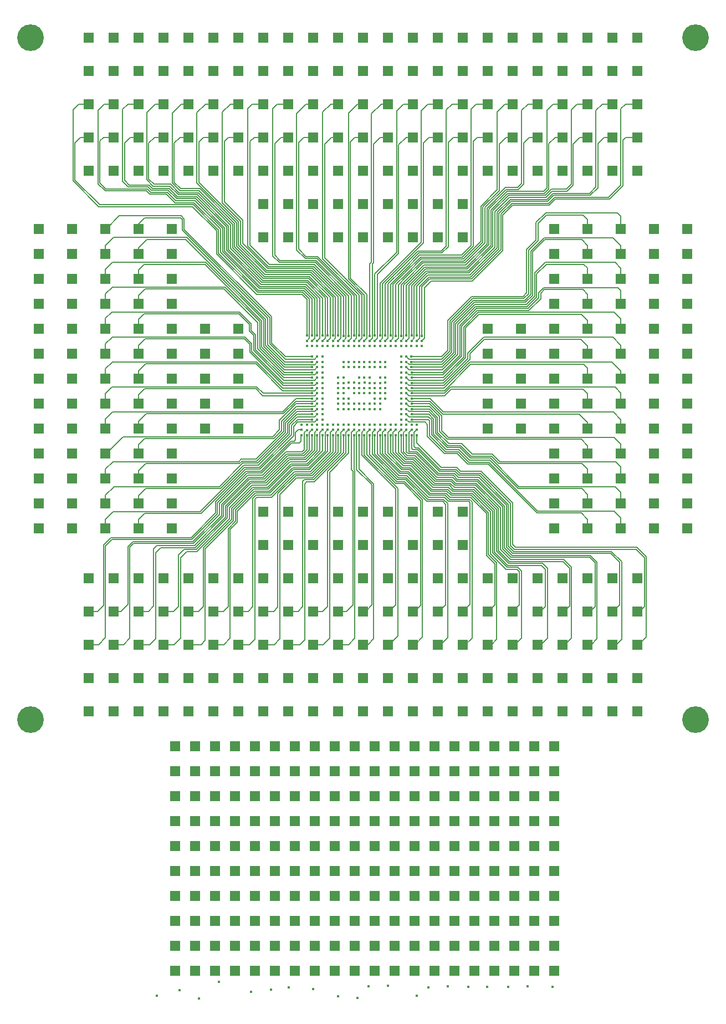
<source format=gbr>
G04 (created by PCBNEW (2012-oct-18)-testing) date Mon 18 Feb 2013 10:37:03 UTC*
%MOIN*%
G04 Gerber Fmt 3.4, Leading zero omitted, Abs format*
%FSLAX34Y34*%
G01*
G70*
G90*
G04 APERTURE LIST*
%ADD10C,0.006*%
%ADD11R,0.06X0.06*%
%ADD12C,0.16*%
%ADD13C,0.0145*%
%ADD14C,0.008*%
G04 APERTURE END LIST*
G54D10*
G54D11*
X109500Y-45200D03*
X109500Y-37700D03*
X109500Y-39200D03*
X109500Y-42200D03*
X109500Y-43700D03*
X109500Y-46700D03*
X107500Y-37700D03*
X107500Y-39200D03*
X107500Y-42200D03*
X107500Y-43700D03*
X107500Y-45200D03*
X107500Y-46700D03*
X101500Y-49700D03*
X101500Y-37700D03*
X101500Y-39200D03*
X101500Y-42200D03*
X101500Y-43700D03*
X101500Y-45200D03*
X101500Y-46700D03*
X137500Y-66700D03*
X137500Y-64700D03*
X137500Y-62700D03*
X137500Y-60700D03*
X137500Y-58700D03*
X136000Y-66700D03*
X136000Y-64700D03*
X136000Y-62700D03*
X136000Y-60700D03*
X105500Y-37700D03*
X105500Y-39200D03*
X105500Y-42200D03*
X105500Y-43700D03*
X105500Y-45200D03*
X105500Y-46700D03*
X103500Y-37700D03*
X103500Y-39200D03*
X103500Y-42200D03*
X103500Y-43700D03*
X103500Y-45200D03*
X103500Y-46700D03*
X136000Y-58700D03*
X115000Y-34200D03*
X122500Y-30200D03*
X121000Y-34200D03*
X121000Y-32200D03*
X121000Y-30200D03*
X119500Y-34200D03*
X119500Y-32200D03*
X119500Y-30200D03*
X118000Y-34200D03*
X118000Y-32200D03*
X118000Y-30200D03*
X116500Y-34200D03*
X116500Y-32200D03*
X116500Y-30200D03*
X122500Y-32200D03*
X115000Y-32200D03*
X115000Y-30200D03*
X113500Y-34200D03*
X113500Y-32200D03*
X113500Y-30200D03*
X112000Y-34200D03*
X112000Y-32200D03*
X112000Y-30200D03*
X110500Y-34200D03*
X110500Y-32200D03*
X110500Y-30200D03*
X109000Y-34200D03*
X109000Y-32200D03*
X128500Y-34200D03*
X136000Y-30200D03*
X134500Y-34200D03*
X134500Y-32200D03*
X134500Y-30200D03*
X133000Y-34200D03*
X133000Y-32200D03*
X133000Y-30200D03*
X131500Y-34200D03*
X131500Y-32200D03*
X131500Y-30200D03*
X130000Y-34200D03*
X130000Y-32200D03*
X130000Y-30200D03*
X109000Y-30200D03*
X128500Y-32200D03*
X128500Y-30200D03*
X127000Y-34200D03*
X127000Y-32200D03*
X127000Y-30200D03*
X125500Y-34200D03*
X125500Y-32200D03*
X125500Y-30200D03*
X124000Y-34200D03*
X124000Y-32200D03*
X124000Y-30200D03*
X122500Y-34200D03*
X125500Y-26200D03*
X110500Y-28200D03*
X109000Y-28200D03*
X107500Y-28200D03*
X106000Y-28200D03*
X104500Y-28200D03*
X137500Y-26200D03*
X136000Y-26200D03*
X134500Y-26200D03*
X133000Y-26200D03*
X131500Y-26200D03*
X130000Y-26200D03*
X127000Y-26200D03*
X128500Y-26200D03*
X112000Y-28200D03*
X124000Y-26200D03*
X122500Y-26200D03*
X121000Y-26200D03*
X119500Y-26200D03*
X116500Y-26200D03*
X118000Y-26200D03*
X115000Y-26200D03*
X113500Y-26200D03*
X112000Y-26200D03*
X110500Y-26200D03*
X109000Y-26200D03*
X106000Y-26200D03*
X107500Y-26200D03*
X131500Y-28200D03*
X107500Y-34200D03*
X107500Y-32200D03*
X107500Y-30200D03*
X106000Y-34200D03*
X106000Y-32200D03*
X106000Y-30200D03*
X104500Y-34200D03*
X104500Y-32200D03*
X104500Y-30200D03*
X137500Y-28200D03*
X136000Y-28200D03*
X134500Y-28200D03*
X133000Y-28200D03*
X136000Y-32200D03*
X130000Y-28200D03*
X128500Y-28200D03*
X127000Y-28200D03*
X125500Y-28200D03*
X124000Y-28200D03*
X122500Y-28200D03*
X121000Y-28200D03*
X119500Y-28200D03*
X118000Y-28200D03*
X116500Y-28200D03*
X115000Y-28200D03*
X113500Y-28200D03*
X122500Y-66700D03*
X127000Y-62700D03*
X127000Y-60700D03*
X127000Y-58700D03*
X125500Y-66700D03*
X125500Y-64700D03*
X125500Y-62700D03*
X125500Y-60700D03*
X125500Y-58700D03*
X124000Y-66700D03*
X124000Y-64700D03*
X124000Y-62700D03*
X124000Y-60700D03*
X124000Y-58700D03*
X127000Y-64700D03*
X122500Y-64700D03*
X122500Y-62700D03*
X122500Y-60700D03*
X122500Y-58700D03*
X121000Y-66700D03*
X121000Y-64700D03*
X121000Y-62700D03*
X121000Y-60700D03*
X121000Y-58700D03*
X119500Y-66700D03*
X119500Y-64700D03*
X119500Y-62700D03*
X119500Y-60700D03*
X131500Y-60700D03*
X134500Y-66700D03*
X134500Y-64700D03*
X134500Y-62700D03*
X134500Y-60700D03*
X134500Y-58700D03*
X133000Y-66700D03*
X133000Y-64700D03*
X133000Y-62700D03*
X133000Y-60700D03*
X133000Y-58700D03*
X131500Y-66700D03*
X131500Y-64700D03*
X131500Y-62700D03*
X119500Y-58700D03*
X131500Y-58700D03*
X130000Y-66700D03*
X130000Y-64700D03*
X130000Y-62700D03*
X130000Y-60700D03*
X130000Y-58700D03*
X128500Y-66700D03*
X128500Y-64700D03*
X128500Y-62700D03*
X128500Y-60700D03*
X128500Y-58700D03*
X127000Y-66700D03*
X106000Y-66700D03*
X110500Y-62700D03*
X110500Y-60700D03*
X110500Y-58700D03*
X109000Y-66700D03*
X109000Y-64700D03*
X109000Y-62700D03*
X109000Y-60700D03*
X109000Y-58700D03*
X107500Y-66700D03*
X107500Y-64700D03*
X107500Y-62700D03*
X107500Y-60700D03*
X107500Y-58700D03*
X110500Y-64700D03*
X106000Y-64700D03*
X106000Y-62700D03*
X106000Y-60700D03*
X106000Y-58700D03*
X104500Y-66700D03*
X104500Y-64700D03*
X104500Y-62700D03*
X104500Y-60700D03*
X104500Y-58700D03*
X137500Y-34200D03*
X137500Y-32200D03*
X137500Y-30200D03*
X136000Y-34200D03*
X115000Y-60700D03*
X118000Y-66700D03*
X118000Y-64700D03*
X118000Y-62700D03*
X118000Y-60700D03*
X118000Y-58700D03*
X116500Y-66700D03*
X116500Y-64700D03*
X116500Y-62700D03*
X116500Y-60700D03*
X116500Y-58700D03*
X115000Y-66700D03*
X115000Y-64700D03*
X115000Y-62700D03*
X104500Y-26200D03*
X115000Y-58700D03*
X113500Y-66700D03*
X113500Y-64700D03*
X113500Y-62700D03*
X113500Y-60700D03*
X113500Y-58700D03*
X112000Y-66700D03*
X112000Y-64700D03*
X112000Y-62700D03*
X112000Y-60700D03*
X112000Y-58700D03*
X110500Y-66700D03*
X134500Y-51200D03*
X132500Y-45200D03*
X132500Y-43700D03*
X132500Y-42200D03*
X132500Y-40700D03*
X132500Y-39200D03*
X132500Y-37700D03*
X134500Y-55700D03*
X136500Y-54200D03*
X134500Y-52700D03*
X132500Y-46700D03*
X134500Y-49700D03*
X134500Y-48200D03*
X134500Y-46700D03*
X134500Y-45200D03*
X134500Y-43700D03*
X134500Y-42200D03*
X134500Y-40700D03*
X134500Y-39200D03*
X134500Y-37700D03*
X127000Y-38200D03*
X125500Y-38200D03*
X125500Y-36200D03*
X127000Y-56700D03*
X127000Y-54700D03*
X130500Y-49700D03*
X130500Y-48200D03*
X130500Y-46700D03*
X130500Y-45200D03*
X130500Y-43700D03*
X136500Y-55700D03*
X127000Y-36200D03*
X132500Y-54200D03*
X132500Y-55700D03*
X134500Y-54200D03*
X132500Y-52700D03*
X132500Y-51200D03*
X132500Y-49700D03*
X132500Y-48200D03*
X140500Y-51200D03*
X138500Y-45200D03*
X138500Y-43700D03*
X138500Y-42200D03*
X138500Y-40700D03*
X138500Y-39200D03*
X138500Y-37700D03*
X140500Y-55700D03*
X101500Y-54200D03*
X140500Y-52700D03*
X138500Y-46700D03*
X140500Y-49700D03*
X140500Y-48200D03*
X140500Y-46700D03*
X140500Y-45200D03*
X140500Y-43700D03*
X140500Y-42200D03*
X140500Y-40700D03*
X140500Y-39200D03*
X140500Y-37700D03*
X136500Y-40700D03*
X138500Y-54200D03*
X136500Y-52700D03*
X136500Y-51200D03*
X136500Y-49700D03*
X136500Y-48200D03*
X136500Y-46700D03*
X136500Y-45200D03*
X136500Y-43700D03*
X136500Y-42200D03*
X128500Y-43700D03*
X136500Y-39200D03*
X136500Y-37700D03*
X138500Y-55700D03*
X140500Y-54200D03*
X138500Y-52700D03*
X138500Y-51200D03*
X138500Y-49700D03*
X138500Y-48200D03*
X109500Y-51200D03*
X107500Y-55700D03*
X109500Y-54200D03*
X107500Y-52700D03*
X107500Y-51200D03*
X107500Y-49700D03*
X107500Y-48200D03*
X107500Y-40700D03*
X109500Y-55700D03*
X109500Y-52700D03*
X105500Y-40700D03*
X109500Y-49700D03*
X109500Y-48200D03*
X109500Y-40700D03*
X115000Y-56700D03*
X115000Y-54700D03*
X111500Y-49700D03*
X111500Y-48200D03*
X111500Y-46700D03*
X111500Y-45200D03*
X103500Y-49700D03*
X103500Y-54200D03*
X101500Y-52700D03*
X101500Y-51200D03*
X101500Y-48200D03*
X101500Y-40700D03*
X103500Y-55700D03*
X105500Y-54200D03*
X103500Y-52700D03*
X103500Y-51200D03*
X111500Y-43700D03*
X103500Y-48200D03*
X103500Y-40700D03*
X105500Y-55700D03*
X107500Y-54200D03*
X105500Y-52700D03*
X105500Y-51200D03*
X105500Y-49700D03*
X105500Y-48200D03*
X124000Y-54700D03*
X121000Y-56700D03*
X121000Y-54700D03*
X121000Y-38200D03*
X121000Y-36200D03*
X122500Y-56700D03*
X122500Y-54700D03*
X122500Y-38200D03*
X122500Y-36200D03*
X124000Y-56700D03*
X119500Y-36200D03*
X124000Y-38200D03*
X124000Y-36200D03*
X125500Y-56700D03*
X125500Y-54700D03*
X128500Y-49700D03*
X128500Y-48200D03*
X128500Y-46700D03*
X128500Y-45200D03*
X116500Y-38200D03*
X115000Y-38200D03*
X115000Y-36200D03*
X116500Y-56700D03*
X116500Y-54700D03*
X113500Y-49700D03*
X113500Y-48200D03*
X113500Y-46700D03*
X113500Y-45200D03*
X113500Y-43700D03*
X101500Y-55700D03*
X116500Y-36200D03*
X118000Y-56700D03*
X118000Y-54700D03*
X118000Y-38200D03*
X118000Y-36200D03*
X119500Y-56700D03*
X119500Y-54700D03*
X119500Y-38200D03*
G54D12*
X101000Y-26200D03*
X141000Y-26200D03*
X101000Y-67200D03*
X141000Y-67200D03*
G54D11*
X125300Y-82300D03*
X124100Y-79300D03*
X124100Y-77800D03*
X124100Y-82300D03*
X124100Y-80800D03*
X125300Y-70300D03*
X125300Y-68800D03*
X125300Y-73300D03*
X125300Y-71800D03*
X125300Y-76300D03*
X125300Y-74800D03*
X125300Y-79300D03*
X125300Y-77800D03*
X124100Y-74800D03*
X125300Y-80800D03*
X126500Y-70300D03*
X126500Y-68800D03*
X126500Y-73300D03*
X126500Y-71800D03*
X126500Y-76300D03*
X126500Y-74800D03*
X126500Y-79300D03*
X126500Y-77800D03*
X126500Y-82300D03*
X126500Y-80800D03*
X122900Y-71800D03*
X121700Y-68800D03*
X121700Y-73300D03*
X121700Y-71800D03*
X121700Y-76300D03*
X121700Y-74800D03*
X121700Y-79300D03*
X121700Y-77800D03*
X121700Y-82300D03*
X121700Y-80800D03*
X122900Y-70300D03*
X122900Y-68800D03*
X122900Y-73300D03*
X127700Y-70300D03*
X122900Y-76300D03*
X122900Y-74800D03*
X122900Y-79300D03*
X122900Y-77800D03*
X122900Y-82300D03*
X122900Y-80800D03*
X124100Y-70300D03*
X124100Y-68800D03*
X124100Y-73300D03*
X124100Y-71800D03*
X124100Y-76300D03*
X131300Y-82300D03*
X130100Y-79300D03*
X130100Y-77800D03*
X130100Y-82300D03*
X130100Y-80800D03*
X131300Y-70300D03*
X131300Y-68800D03*
X131300Y-73300D03*
X131300Y-71800D03*
X131300Y-76300D03*
X131300Y-74800D03*
X131300Y-79300D03*
X131300Y-77800D03*
X130100Y-74800D03*
X131300Y-80800D03*
X132500Y-70300D03*
X132500Y-68800D03*
X132500Y-73300D03*
X132500Y-71800D03*
X132500Y-76300D03*
X132500Y-74800D03*
X132500Y-79300D03*
X132500Y-77800D03*
X132500Y-82300D03*
X132500Y-80800D03*
X128900Y-71800D03*
X127700Y-68800D03*
X127700Y-73300D03*
X127700Y-71800D03*
X127700Y-76300D03*
X127700Y-74800D03*
X127700Y-79300D03*
X127700Y-77800D03*
X127700Y-82300D03*
X127700Y-80800D03*
X128900Y-70300D03*
X128900Y-68800D03*
X128900Y-73300D03*
X121700Y-70300D03*
X128900Y-76300D03*
X128900Y-74800D03*
X128900Y-79300D03*
X128900Y-77800D03*
X128900Y-82300D03*
X128900Y-80800D03*
X130100Y-70300D03*
X130100Y-68800D03*
X130100Y-73300D03*
X130100Y-71800D03*
X130100Y-76300D03*
X113300Y-82300D03*
X112100Y-79300D03*
X112100Y-77800D03*
X112100Y-82300D03*
X112100Y-80800D03*
X113300Y-70300D03*
X113300Y-68800D03*
X113300Y-73300D03*
X113300Y-71800D03*
X113300Y-76300D03*
X113300Y-74800D03*
X113300Y-79300D03*
X113300Y-77800D03*
X112100Y-74800D03*
X113300Y-80800D03*
X114500Y-70300D03*
X114500Y-68800D03*
X114500Y-73300D03*
X114500Y-71800D03*
X114500Y-76300D03*
X114500Y-74800D03*
X114500Y-79300D03*
X114500Y-77800D03*
X114500Y-82300D03*
X114500Y-80800D03*
X110900Y-71800D03*
X109700Y-68800D03*
X109700Y-73300D03*
X109700Y-71800D03*
X109700Y-76300D03*
X109700Y-74800D03*
X109700Y-79300D03*
X109700Y-77800D03*
X109700Y-82300D03*
X109700Y-80800D03*
X110900Y-70300D03*
X110900Y-68800D03*
X110900Y-73300D03*
X115700Y-70300D03*
X110900Y-76300D03*
X110900Y-74800D03*
X110900Y-79300D03*
X110900Y-77800D03*
X110900Y-82300D03*
X110900Y-80800D03*
X112100Y-70300D03*
X112100Y-68800D03*
X112100Y-73300D03*
X112100Y-71800D03*
X112100Y-76300D03*
X119300Y-82300D03*
X118100Y-79300D03*
X118100Y-77800D03*
X118100Y-82300D03*
X118100Y-80800D03*
X119300Y-70300D03*
X119300Y-68800D03*
X119300Y-73300D03*
X119300Y-71800D03*
X119300Y-76300D03*
X119300Y-74800D03*
X119300Y-79300D03*
X119300Y-77800D03*
X118100Y-74800D03*
X119300Y-80800D03*
X120500Y-70300D03*
X120500Y-68800D03*
X120500Y-73300D03*
X120500Y-71800D03*
X120500Y-76300D03*
X120500Y-74800D03*
X120500Y-79300D03*
X120500Y-77800D03*
X120500Y-82300D03*
X120500Y-80800D03*
X116900Y-71800D03*
X115700Y-68800D03*
X115700Y-73300D03*
X115700Y-71800D03*
X115700Y-76300D03*
X115700Y-74800D03*
X115700Y-79300D03*
X115700Y-77800D03*
X115700Y-82300D03*
X115700Y-80800D03*
X116900Y-70300D03*
X116900Y-68800D03*
X116900Y-73300D03*
X109700Y-70300D03*
X116900Y-76300D03*
X116900Y-74800D03*
X116900Y-79300D03*
X116900Y-77800D03*
X116900Y-82300D03*
X116900Y-80800D03*
X118100Y-70300D03*
X118100Y-68800D03*
X118100Y-73300D03*
X118100Y-71800D03*
X118100Y-76300D03*
G54D13*
X117925Y-48845D03*
X117925Y-49160D03*
X118240Y-49165D03*
X118555Y-48850D03*
X118240Y-48850D03*
X123280Y-49162D03*
X123596Y-49164D03*
X123910Y-49164D03*
X118555Y-47590D03*
X118555Y-47905D03*
X118240Y-47905D03*
X117925Y-47905D03*
X118240Y-47590D03*
X117925Y-47590D03*
X118240Y-48220D03*
X117925Y-48530D03*
X118240Y-48530D03*
X118555Y-48530D03*
X118555Y-48220D03*
X117925Y-48220D03*
X123280Y-47590D03*
X123596Y-47588D03*
X123910Y-47588D03*
X123910Y-46960D03*
X123596Y-46960D03*
X123280Y-46958D03*
X123910Y-47904D03*
X123280Y-47274D03*
X123596Y-47274D03*
X123910Y-47272D03*
X123910Y-48532D03*
X123596Y-48532D03*
X123280Y-48532D03*
X123282Y-48848D03*
X123596Y-48848D03*
X123910Y-48848D03*
X123596Y-48218D03*
X123596Y-47904D03*
X123280Y-47906D03*
X123280Y-48218D03*
X123910Y-48218D03*
X123280Y-49480D03*
X123595Y-49790D03*
X123595Y-50105D03*
X123280Y-49790D03*
X123280Y-50105D03*
X124225Y-49790D03*
X123910Y-49480D03*
X123910Y-49790D03*
X123910Y-50105D03*
X124225Y-50105D03*
X123595Y-49480D03*
X122335Y-49480D03*
X122340Y-49790D03*
X122335Y-50105D03*
X122020Y-50105D03*
X122965Y-49480D03*
X122965Y-50105D03*
X122965Y-49790D03*
X122650Y-49480D03*
X122650Y-49790D03*
X122650Y-50105D03*
X118240Y-46645D03*
X117925Y-46645D03*
X118555Y-46645D03*
X118555Y-46330D03*
X118240Y-46330D03*
X117925Y-46330D03*
X118555Y-47275D03*
X118240Y-47275D03*
X117925Y-47275D03*
X118555Y-46960D03*
X118240Y-46960D03*
X117925Y-46960D03*
X118240Y-45385D03*
X117925Y-45700D03*
X118556Y-45385D03*
X117925Y-45385D03*
X124220Y-49475D03*
X117925Y-46015D03*
X118555Y-46015D03*
X118240Y-46015D03*
X118555Y-45700D03*
X118240Y-45700D03*
X119500Y-47905D03*
X122336Y-46958D03*
X122020Y-46644D03*
X122334Y-46644D03*
X119815Y-47905D03*
X119815Y-47590D03*
X119500Y-47590D03*
X119815Y-47275D03*
X119500Y-47275D03*
X118242Y-44754D03*
X122338Y-47904D03*
X122022Y-47904D03*
X122336Y-47590D03*
X122022Y-47588D03*
X122022Y-47274D03*
X122338Y-47274D03*
X122022Y-46960D03*
X120760Y-48220D03*
X121390Y-48220D03*
X121390Y-48535D03*
X121075Y-48535D03*
X121075Y-48215D03*
X121705Y-48535D03*
X120760Y-48535D03*
X120445Y-48220D03*
X120445Y-48530D03*
X119815Y-46960D03*
X119500Y-46960D03*
X119815Y-46645D03*
X119500Y-46645D03*
X122020Y-48220D03*
X122020Y-48535D03*
X121705Y-48215D03*
X124210Y-83820D03*
X122500Y-83220D03*
X121340Y-83250D03*
X120670Y-83930D03*
X119490Y-83850D03*
X129720Y-83290D03*
X128460Y-83260D03*
X127320Y-83280D03*
X126090Y-83250D03*
X124910Y-83300D03*
X111130Y-83970D03*
X109950Y-83490D03*
X108600Y-83800D03*
X117980Y-83410D03*
X116530Y-83300D03*
X120135Y-48220D03*
X115460Y-83450D03*
X114250Y-83570D03*
X112320Y-82970D03*
X123280Y-45384D03*
X123594Y-45384D03*
X123908Y-45384D03*
X123908Y-45700D03*
X123594Y-45700D03*
X123596Y-46644D03*
X123910Y-46330D03*
X123280Y-46646D03*
X123910Y-46644D03*
X123280Y-45700D03*
X123278Y-46014D03*
X123594Y-46014D03*
X123908Y-46014D03*
X123278Y-46330D03*
X123594Y-46328D03*
X122018Y-46016D03*
X122020Y-45700D03*
X121702Y-46014D03*
X121704Y-45700D03*
X121388Y-46014D03*
X121390Y-45700D03*
X121074Y-46014D03*
X121074Y-45700D03*
X120760Y-46014D03*
X119500Y-48215D03*
X120130Y-48535D03*
X119815Y-48215D03*
X119815Y-48535D03*
X119500Y-48535D03*
X122334Y-46016D03*
X122336Y-45698D03*
X120130Y-46016D03*
X120760Y-45700D03*
X120444Y-46014D03*
X120444Y-45700D03*
X120130Y-45700D03*
X119816Y-46016D03*
X119816Y-45700D03*
X121705Y-47903D03*
X120130Y-47903D03*
X118555Y-49165D03*
X121390Y-46644D03*
X121706Y-47588D03*
X121390Y-47590D03*
X121076Y-47588D03*
X120760Y-47588D03*
X120446Y-47588D03*
X121706Y-47274D03*
X121390Y-47274D03*
X121076Y-47274D03*
X120762Y-47274D03*
X120448Y-47274D03*
X120132Y-47274D03*
X121706Y-46960D03*
X121390Y-46960D03*
X121078Y-46958D03*
X120762Y-46960D03*
X120132Y-46958D03*
X120446Y-46958D03*
X121076Y-46644D03*
X120760Y-46644D03*
X118555Y-44125D03*
X118555Y-44440D03*
X118556Y-44754D03*
X118870Y-44125D03*
X117925Y-44125D03*
X117925Y-44440D03*
X117926Y-44754D03*
X118240Y-44125D03*
X118240Y-44440D03*
X119816Y-44754D03*
X119816Y-44440D03*
X119816Y-44126D03*
X119500Y-44754D03*
X119500Y-44440D03*
X119500Y-44124D03*
X120130Y-44754D03*
X120444Y-44754D03*
X120446Y-44440D03*
X120446Y-44124D03*
X120130Y-44440D03*
X120130Y-44126D03*
X117610Y-44125D03*
X117610Y-44440D03*
X117612Y-44754D03*
X119186Y-44124D03*
X119186Y-44754D03*
X119186Y-44438D03*
X118870Y-44754D03*
X118870Y-44440D03*
X118870Y-50105D03*
X119185Y-50105D03*
X118870Y-49790D03*
X118870Y-49480D03*
X118555Y-49480D03*
X119500Y-49790D03*
X119500Y-50105D03*
X118555Y-49790D03*
X119500Y-49480D03*
X119185Y-49480D03*
X119185Y-49790D03*
X117925Y-49790D03*
X117925Y-50105D03*
X117610Y-50105D03*
X117925Y-49480D03*
X117295Y-49790D03*
X118555Y-50105D03*
X118240Y-50105D03*
X118240Y-49790D03*
X118240Y-49480D03*
X121390Y-49790D03*
X121390Y-50105D03*
X121075Y-50105D03*
X121075Y-49790D03*
X121075Y-49480D03*
X121705Y-50105D03*
X122020Y-49790D03*
X122020Y-49480D03*
X121705Y-49790D03*
X121705Y-49480D03*
X121390Y-49480D03*
X120130Y-49475D03*
X120130Y-49790D03*
X120130Y-50105D03*
X119820Y-49480D03*
X119815Y-49790D03*
X119820Y-50105D03*
X120445Y-49480D03*
X120760Y-50105D03*
X120760Y-49795D03*
X120760Y-49480D03*
X117610Y-49795D03*
X120445Y-49790D03*
X120445Y-50105D03*
X122020Y-44440D03*
X122020Y-44124D03*
X122020Y-44754D03*
X121706Y-44754D03*
X121704Y-44440D03*
X121706Y-44124D03*
X122650Y-44754D03*
X122650Y-44124D03*
X122650Y-44440D03*
X122336Y-44754D03*
X122336Y-44440D03*
X122336Y-44124D03*
X120760Y-44440D03*
X121076Y-44440D03*
X121076Y-44124D03*
X120760Y-44754D03*
X120760Y-44124D03*
X121390Y-44126D03*
X121390Y-44440D03*
X121390Y-44754D03*
X121076Y-44754D03*
X124224Y-44124D03*
X124224Y-44440D03*
X124224Y-44756D03*
X123908Y-44754D03*
X123910Y-44440D03*
X117610Y-49480D03*
X117295Y-49480D03*
X117295Y-50105D03*
X124542Y-44754D03*
X124538Y-44440D03*
X124538Y-44126D03*
X122966Y-44756D03*
X123280Y-44440D03*
X123280Y-44126D03*
X122964Y-44440D03*
X122964Y-44126D03*
X123910Y-44124D03*
X123594Y-44124D03*
X123594Y-44440D03*
X123594Y-44754D03*
X123280Y-44754D03*
X130890Y-83250D03*
X132400Y-83260D03*
G54D14*
X117025Y-48845D02*
X117925Y-48845D01*
X116454Y-49415D02*
X117025Y-48845D01*
X116454Y-49986D02*
X116454Y-49415D01*
X114651Y-51789D02*
X116454Y-49986D01*
X113771Y-51789D02*
X114651Y-51789D01*
X112366Y-53194D02*
X113771Y-51789D01*
X106020Y-53194D02*
X112366Y-53194D01*
X105500Y-53715D02*
X106020Y-53194D01*
X105500Y-54200D02*
X105500Y-53715D01*
X117050Y-49160D02*
X117925Y-49160D01*
X116694Y-49515D02*
X117050Y-49160D01*
X116694Y-50085D02*
X116694Y-49515D01*
X114750Y-52029D02*
X116694Y-50085D01*
X113870Y-52029D02*
X114750Y-52029D01*
X111205Y-54694D02*
X113870Y-52029D01*
X105965Y-54694D02*
X111205Y-54694D01*
X105500Y-55160D02*
X105965Y-54694D01*
X105500Y-55700D02*
X105500Y-55160D01*
X118080Y-49325D02*
X118240Y-49165D01*
X117055Y-49325D02*
X118080Y-49325D01*
X116814Y-49565D02*
X117055Y-49325D01*
X116814Y-50135D02*
X116814Y-49565D01*
X114800Y-52149D02*
X116814Y-50135D01*
X113920Y-52149D02*
X114800Y-52149D01*
X111255Y-54815D02*
X113920Y-52149D01*
X107845Y-54815D02*
X111255Y-54815D01*
X107500Y-55160D02*
X107845Y-54815D01*
X107500Y-55700D02*
X107500Y-55160D01*
X118085Y-49005D02*
X118240Y-48850D01*
X117035Y-49005D02*
X118085Y-49005D01*
X116574Y-49465D02*
X117035Y-49005D01*
X116574Y-50035D02*
X116574Y-49465D01*
X114700Y-51909D02*
X116574Y-50035D01*
X113820Y-51909D02*
X114700Y-51909D01*
X112415Y-53315D02*
X113820Y-51909D01*
X107925Y-53315D02*
X112415Y-53315D01*
X107500Y-53740D02*
X107925Y-53315D01*
X107500Y-54200D02*
X107500Y-53740D01*
X123754Y-49322D02*
X123596Y-49164D01*
X124710Y-49322D02*
X123754Y-49322D01*
X124873Y-49485D02*
X124710Y-49322D01*
X124873Y-50181D02*
X124873Y-49485D01*
X125908Y-51216D02*
X124873Y-50181D01*
X126675Y-51216D02*
X125908Y-51216D01*
X127309Y-51850D02*
X126675Y-51216D01*
X128515Y-51850D02*
X127309Y-51850D01*
X131453Y-54788D02*
X128515Y-51850D01*
X134110Y-54788D02*
X131453Y-54788D01*
X134500Y-55178D02*
X134110Y-54788D01*
X134500Y-55700D02*
X134500Y-55178D01*
X124930Y-49164D02*
X123910Y-49164D01*
X124993Y-49227D02*
X124930Y-49164D01*
X124993Y-50132D02*
X124993Y-49227D01*
X125957Y-51096D02*
X124993Y-50132D01*
X126725Y-51096D02*
X125957Y-51096D01*
X127359Y-51730D02*
X126725Y-51096D01*
X128565Y-51730D02*
X127359Y-51730D01*
X131503Y-54668D02*
X128565Y-51730D01*
X136094Y-54668D02*
X131503Y-54668D01*
X136500Y-55074D02*
X136094Y-54668D01*
X136500Y-55700D02*
X136500Y-55074D01*
X118080Y-48065D02*
X118240Y-47905D01*
X116957Y-48065D02*
X118080Y-48065D01*
X116207Y-48815D02*
X116957Y-48065D01*
X107965Y-48815D02*
X116207Y-48815D01*
X107500Y-49280D02*
X107965Y-48815D01*
X107500Y-49700D02*
X107500Y-49280D01*
X116947Y-47905D02*
X117925Y-47905D01*
X116157Y-48694D02*
X116947Y-47905D01*
X105935Y-48694D02*
X116157Y-48694D01*
X105500Y-49130D02*
X105935Y-48694D01*
X105500Y-49700D02*
X105500Y-49130D01*
X118080Y-47750D02*
X118240Y-47590D01*
X114970Y-47750D02*
X118080Y-47750D01*
X114545Y-47325D02*
X114970Y-47750D01*
X107860Y-47325D02*
X114545Y-47325D01*
X107500Y-47685D02*
X107860Y-47325D01*
X107500Y-48200D02*
X107500Y-47685D01*
X114979Y-47590D02*
X117925Y-47590D01*
X114594Y-47204D02*
X114979Y-47590D01*
X105895Y-47204D02*
X114594Y-47204D01*
X105500Y-47600D02*
X105895Y-47204D01*
X105500Y-48200D02*
X105500Y-47600D01*
X118085Y-48375D02*
X118240Y-48220D01*
X116986Y-48375D02*
X118085Y-48375D01*
X116094Y-49266D02*
X116986Y-48375D01*
X116094Y-49837D02*
X116094Y-49266D01*
X115617Y-50315D02*
X116094Y-49837D01*
X107845Y-50315D02*
X115617Y-50315D01*
X107500Y-50660D02*
X107845Y-50315D01*
X107500Y-51200D02*
X107500Y-50660D01*
X117001Y-48530D02*
X117925Y-48530D01*
X116214Y-49316D02*
X117001Y-48530D01*
X116214Y-49886D02*
X116214Y-49316D01*
X114551Y-51549D02*
X116214Y-49886D01*
X113671Y-51549D02*
X114551Y-51549D01*
X113526Y-51694D02*
X113671Y-51549D01*
X105955Y-51694D02*
X113526Y-51694D01*
X105500Y-52150D02*
X105955Y-51694D01*
X105500Y-52700D02*
X105500Y-52150D01*
X118080Y-48690D02*
X118240Y-48530D01*
X117011Y-48690D02*
X118080Y-48690D01*
X116334Y-49366D02*
X117011Y-48690D01*
X116334Y-49936D02*
X116334Y-49366D01*
X114601Y-51669D02*
X116334Y-49936D01*
X113721Y-51669D02*
X114601Y-51669D01*
X113576Y-51815D02*
X113721Y-51669D01*
X107915Y-51815D02*
X113576Y-51815D01*
X107500Y-52230D02*
X107915Y-51815D01*
X107500Y-52700D02*
X107500Y-52230D01*
X116972Y-48220D02*
X117925Y-48220D01*
X115974Y-49217D02*
X116972Y-48220D01*
X115974Y-49787D02*
X115974Y-49217D01*
X115567Y-50194D02*
X115974Y-49787D01*
X106570Y-50194D02*
X115567Y-50194D01*
X105500Y-51200D02*
X105565Y-51200D01*
X105565Y-51200D02*
X106570Y-50194D01*
X123752Y-47744D02*
X123596Y-47588D01*
X125899Y-47744D02*
X123752Y-47744D01*
X126309Y-47334D02*
X125899Y-47744D01*
X134212Y-47334D02*
X126309Y-47334D01*
X134500Y-47622D02*
X134212Y-47334D01*
X134500Y-48200D02*
X134500Y-47622D01*
X125885Y-47588D02*
X123910Y-47588D01*
X126259Y-47214D02*
X125885Y-47588D01*
X136152Y-47214D02*
X126259Y-47214D01*
X136500Y-47562D02*
X136152Y-47214D01*
X136500Y-48200D02*
X136500Y-47562D01*
X136500Y-45200D02*
X136500Y-44698D01*
X136500Y-44698D02*
X136020Y-44218D01*
X136020Y-44218D02*
X128248Y-44218D01*
X128248Y-44218D02*
X127296Y-45169D01*
X127296Y-45169D02*
X127296Y-45499D01*
X127296Y-45499D02*
X125835Y-46960D01*
X125835Y-46960D02*
X123910Y-46960D01*
X134500Y-45200D02*
X134500Y-44748D01*
X134500Y-44748D02*
X134092Y-44340D01*
X134092Y-44340D02*
X128295Y-44340D01*
X128295Y-44340D02*
X127416Y-45219D01*
X127416Y-45219D02*
X127416Y-45548D01*
X127416Y-45548D02*
X125848Y-47116D01*
X125848Y-47116D02*
X123752Y-47116D01*
X123752Y-47116D02*
X123596Y-46960D01*
X125028Y-47904D02*
X123910Y-47904D01*
X125838Y-48714D02*
X125028Y-47904D01*
X136048Y-48714D02*
X125838Y-48714D01*
X136500Y-49166D02*
X136048Y-48714D01*
X136500Y-49700D02*
X136500Y-49166D01*
X134500Y-46700D02*
X134500Y-46072D01*
X123748Y-47426D02*
X123596Y-47274D01*
X125878Y-47426D02*
X123748Y-47426D01*
X127474Y-45830D02*
X125878Y-47426D01*
X134258Y-45830D02*
X127474Y-45830D01*
X134500Y-46072D02*
X134258Y-45830D01*
X136500Y-46700D02*
X136500Y-46254D01*
X125862Y-47272D02*
X123910Y-47272D01*
X127424Y-45710D02*
X125862Y-47272D01*
X135956Y-45710D02*
X127424Y-45710D01*
X136500Y-46254D02*
X135956Y-45710D01*
X124977Y-48532D02*
X123910Y-48532D01*
X125473Y-49028D02*
X124977Y-48532D01*
X125473Y-49933D02*
X125473Y-49028D01*
X126156Y-50616D02*
X125473Y-49933D01*
X126924Y-50616D02*
X126156Y-50616D01*
X127558Y-51250D02*
X126924Y-50616D01*
X128764Y-51250D02*
X127558Y-51250D01*
X129214Y-51700D02*
X128764Y-51250D01*
X136196Y-51700D02*
X129214Y-51700D01*
X136500Y-52004D02*
X136196Y-51700D01*
X136500Y-52700D02*
X136500Y-52004D01*
X123752Y-48688D02*
X123596Y-48532D01*
X124963Y-48688D02*
X123752Y-48688D01*
X125353Y-49078D02*
X124963Y-48688D01*
X125353Y-49983D02*
X125353Y-49078D01*
X126106Y-50736D02*
X125353Y-49983D01*
X126874Y-50736D02*
X126106Y-50736D01*
X127508Y-51370D02*
X126874Y-50736D01*
X128714Y-51370D02*
X127508Y-51370D01*
X129164Y-51820D02*
X128714Y-51370D01*
X134176Y-51820D02*
X129164Y-51820D01*
X134500Y-52144D02*
X134176Y-51820D01*
X134500Y-52700D02*
X134500Y-52144D01*
X123752Y-49004D02*
X123596Y-48848D01*
X124940Y-49004D02*
X123752Y-49004D01*
X125113Y-49177D02*
X124940Y-49004D01*
X125113Y-50082D02*
X125113Y-49177D01*
X126007Y-50976D02*
X125113Y-50082D01*
X126774Y-50976D02*
X126007Y-50976D01*
X127408Y-51610D02*
X126774Y-50976D01*
X128614Y-51610D02*
X127408Y-51610D01*
X130320Y-53316D02*
X128614Y-51610D01*
X134154Y-53316D02*
X130320Y-53316D01*
X134500Y-53662D02*
X134154Y-53316D01*
X134500Y-54200D02*
X134500Y-53662D01*
X124953Y-48848D02*
X123910Y-48848D01*
X125233Y-49128D02*
X124953Y-48848D01*
X125233Y-50032D02*
X125233Y-49128D01*
X126057Y-50856D02*
X125233Y-50032D01*
X126824Y-50856D02*
X126057Y-50856D01*
X127458Y-51490D02*
X126824Y-50856D01*
X128664Y-51490D02*
X127458Y-51490D01*
X130370Y-53196D02*
X128664Y-51490D01*
X136166Y-53196D02*
X130370Y-53196D01*
X136500Y-53530D02*
X136166Y-53196D01*
X136500Y-54200D02*
X136500Y-53530D01*
X123752Y-48374D02*
X123596Y-48218D01*
X124988Y-48374D02*
X123752Y-48374D01*
X125593Y-48979D02*
X124988Y-48374D01*
X125593Y-49883D02*
X125593Y-48979D01*
X126060Y-50350D02*
X125593Y-49883D01*
X134122Y-50350D02*
X126060Y-50350D01*
X134500Y-50728D02*
X134122Y-50350D01*
X134500Y-51200D02*
X134500Y-50728D01*
X123752Y-48060D02*
X123596Y-47904D01*
X125014Y-48060D02*
X123752Y-48060D01*
X125788Y-48834D02*
X125014Y-48060D01*
X134008Y-48834D02*
X125788Y-48834D01*
X134500Y-49326D02*
X134008Y-48834D01*
X134500Y-49700D02*
X134500Y-49326D01*
X125002Y-48218D02*
X123910Y-48218D01*
X125714Y-48929D02*
X125002Y-48218D01*
X125714Y-49834D02*
X125714Y-48929D01*
X126110Y-50230D02*
X125714Y-49834D01*
X136088Y-50230D02*
X126110Y-50230D01*
X136500Y-50642D02*
X136088Y-50230D01*
X136500Y-51200D02*
X136500Y-50642D01*
X123595Y-49795D02*
X123595Y-49790D01*
X123435Y-49955D02*
X123595Y-49795D01*
X123435Y-51109D02*
X123435Y-49955D01*
X123670Y-51344D02*
X123435Y-51109D01*
X124140Y-51344D02*
X123670Y-51344D01*
X125435Y-52639D02*
X124140Y-51344D01*
X126381Y-52639D02*
X125435Y-52639D01*
X126626Y-52884D02*
X126381Y-52639D01*
X127847Y-52884D02*
X126626Y-52884D01*
X129380Y-54417D02*
X127847Y-52884D01*
X129380Y-56937D02*
X129380Y-54417D01*
X129897Y-57454D02*
X129380Y-56937D01*
X134614Y-57454D02*
X129897Y-57454D01*
X134950Y-57790D02*
X134614Y-57454D01*
X134950Y-60425D02*
X134950Y-57790D01*
X134500Y-60700D02*
X134675Y-60700D01*
X134675Y-60700D02*
X134950Y-60425D01*
X134500Y-62700D02*
X134710Y-62700D01*
X134710Y-62700D02*
X135070Y-62339D01*
X135070Y-62339D02*
X135070Y-57740D01*
X135070Y-57740D02*
X134664Y-57334D01*
X123595Y-51099D02*
X123595Y-50105D01*
X123720Y-51224D02*
X123595Y-51099D01*
X124190Y-51224D02*
X123720Y-51224D01*
X125485Y-52519D02*
X124190Y-51224D01*
X126431Y-52519D02*
X125485Y-52519D01*
X126676Y-52764D02*
X126431Y-52519D01*
X127896Y-52764D02*
X126676Y-52764D01*
X129500Y-54368D02*
X127896Y-52764D01*
X129500Y-56887D02*
X129500Y-54368D01*
X129947Y-57334D02*
X129500Y-56887D01*
X134664Y-57334D02*
X129947Y-57334D01*
X123120Y-49950D02*
X123280Y-49790D01*
X123120Y-51134D02*
X123120Y-49950D01*
X123570Y-51584D02*
X123120Y-51134D01*
X124041Y-51584D02*
X123570Y-51584D01*
X125336Y-52879D02*
X124041Y-51584D01*
X126282Y-52879D02*
X125336Y-52879D01*
X126527Y-53124D02*
X126282Y-52879D01*
X127747Y-53124D02*
X126527Y-53124D01*
X129140Y-54517D02*
X127747Y-53124D01*
X129140Y-57036D02*
X129140Y-54517D01*
X129798Y-57694D02*
X129140Y-57036D01*
X133014Y-57694D02*
X129798Y-57694D01*
X133415Y-58095D02*
X133014Y-57694D01*
X133415Y-60360D02*
X133415Y-58095D01*
X133000Y-60700D02*
X133075Y-60700D01*
X133075Y-60700D02*
X133415Y-60360D01*
X133000Y-62700D02*
X133135Y-62700D01*
X133135Y-62700D02*
X133535Y-62299D01*
X133535Y-62299D02*
X133535Y-58045D01*
X133535Y-58045D02*
X133064Y-57574D01*
X123280Y-51124D02*
X123280Y-50105D01*
X123620Y-51464D02*
X123280Y-51124D01*
X124091Y-51464D02*
X123620Y-51464D01*
X125386Y-52759D02*
X124091Y-51464D01*
X126331Y-52759D02*
X125386Y-52759D01*
X126576Y-53004D02*
X126331Y-52759D01*
X127797Y-53004D02*
X126576Y-53004D01*
X129260Y-54467D02*
X127797Y-53004D01*
X129260Y-56987D02*
X129260Y-54467D01*
X129847Y-57574D02*
X129260Y-56987D01*
X133064Y-57574D02*
X129847Y-57574D01*
X124065Y-49950D02*
X124225Y-49790D01*
X124065Y-50769D02*
X124065Y-49950D01*
X124160Y-50864D02*
X124065Y-50769D01*
X124339Y-50864D02*
X124160Y-50864D01*
X125634Y-52159D02*
X124339Y-50864D01*
X126580Y-52159D02*
X125634Y-52159D01*
X126825Y-52404D02*
X126580Y-52159D01*
X128045Y-52404D02*
X126825Y-52404D01*
X129860Y-54219D02*
X128045Y-52404D01*
X129860Y-56738D02*
X129860Y-54219D01*
X130096Y-56974D02*
X129860Y-56738D01*
X137414Y-56974D02*
X130096Y-56974D01*
X137915Y-57475D02*
X137414Y-56974D01*
X137915Y-60425D02*
X137915Y-57475D01*
X137500Y-60700D02*
X137640Y-60700D01*
X137640Y-60700D02*
X137915Y-60425D01*
X123750Y-49950D02*
X123910Y-49790D01*
X123750Y-51085D02*
X123750Y-49950D01*
X123769Y-51104D02*
X123750Y-51085D01*
X124240Y-51104D02*
X123769Y-51104D01*
X125535Y-52399D02*
X124240Y-51104D01*
X126480Y-52399D02*
X125535Y-52399D01*
X126725Y-52644D02*
X126480Y-52399D01*
X127946Y-52644D02*
X126725Y-52644D01*
X129620Y-54318D02*
X127946Y-52644D01*
X129620Y-56837D02*
X129620Y-54318D01*
X129997Y-57214D02*
X129620Y-56837D01*
X135889Y-57214D02*
X129997Y-57214D01*
X136425Y-57750D02*
X135889Y-57214D01*
X136425Y-60315D02*
X136425Y-57750D01*
X136000Y-60700D02*
X136040Y-60700D01*
X136040Y-60700D02*
X136425Y-60315D01*
X136000Y-62700D02*
X136215Y-62700D01*
X136215Y-62700D02*
X136545Y-62369D01*
X136545Y-62369D02*
X136545Y-57700D01*
X136545Y-57700D02*
X135939Y-57094D01*
X123910Y-50909D02*
X123910Y-50105D01*
X123984Y-50984D02*
X123910Y-50909D01*
X124290Y-50984D02*
X123984Y-50984D01*
X125585Y-52279D02*
X124290Y-50984D01*
X126530Y-52279D02*
X125585Y-52279D01*
X126775Y-52524D02*
X126530Y-52279D01*
X127996Y-52524D02*
X126775Y-52524D01*
X129740Y-54268D02*
X127996Y-52524D01*
X129740Y-56788D02*
X129740Y-54268D01*
X130046Y-57094D02*
X129740Y-56788D01*
X135939Y-57094D02*
X130046Y-57094D01*
X137500Y-62700D02*
X137580Y-62700D01*
X137580Y-62700D02*
X138035Y-62244D01*
X138035Y-62244D02*
X138035Y-57425D01*
X138035Y-57425D02*
X137464Y-56854D01*
X137464Y-56854D02*
X130146Y-56854D01*
X130146Y-56854D02*
X129980Y-56688D01*
X129980Y-56688D02*
X129980Y-54169D01*
X124225Y-50580D02*
X124225Y-50105D01*
X125684Y-52039D02*
X124225Y-50580D01*
X126630Y-52039D02*
X125684Y-52039D01*
X126875Y-52284D02*
X126630Y-52039D01*
X128095Y-52284D02*
X126875Y-52284D01*
X129980Y-54169D02*
X128095Y-52284D01*
X122175Y-49955D02*
X122340Y-49790D01*
X122175Y-51207D02*
X122175Y-49955D01*
X123272Y-52304D02*
X122175Y-51207D01*
X123743Y-52304D02*
X123272Y-52304D01*
X125038Y-53599D02*
X123743Y-52304D01*
X125983Y-53599D02*
X125038Y-53599D01*
X126228Y-53844D02*
X125983Y-53599D01*
X127449Y-53844D02*
X126228Y-53844D01*
X128420Y-54815D02*
X127449Y-53844D01*
X128420Y-57335D02*
X128420Y-54815D01*
X128920Y-57835D02*
X128420Y-57335D01*
X128920Y-60325D02*
X128920Y-57835D01*
X128500Y-60700D02*
X128545Y-60700D01*
X128545Y-60700D02*
X128920Y-60325D01*
X128500Y-62700D02*
X128710Y-62700D01*
X128710Y-62700D02*
X129040Y-62369D01*
X129040Y-62369D02*
X129040Y-57785D01*
X129040Y-57785D02*
X128540Y-57285D01*
X122335Y-51197D02*
X122335Y-50105D01*
X123322Y-52184D02*
X122335Y-51197D01*
X123792Y-52184D02*
X123322Y-52184D01*
X125087Y-53479D02*
X123792Y-52184D01*
X126033Y-53479D02*
X125087Y-53479D01*
X126278Y-53724D02*
X126033Y-53479D01*
X127499Y-53724D02*
X126278Y-53724D01*
X128540Y-54765D02*
X127499Y-53724D01*
X128540Y-57285D02*
X128540Y-54765D01*
X127000Y-62700D02*
X127140Y-62700D01*
X127140Y-62700D02*
X127545Y-62294D01*
X127545Y-62294D02*
X127545Y-54110D01*
X127545Y-54110D02*
X127399Y-53964D01*
X122020Y-51222D02*
X122020Y-50105D01*
X123222Y-52424D02*
X122020Y-51222D01*
X123693Y-52424D02*
X123222Y-52424D01*
X124988Y-53719D02*
X123693Y-52424D01*
X125934Y-53719D02*
X124988Y-53719D01*
X126179Y-53964D02*
X125934Y-53719D01*
X127399Y-53964D02*
X126179Y-53964D01*
X131500Y-62700D02*
X131700Y-62700D01*
X131700Y-62700D02*
X132085Y-62314D01*
X132085Y-62314D02*
X132085Y-58120D01*
X132085Y-58120D02*
X131779Y-57814D01*
X131779Y-57814D02*
X129748Y-57814D01*
X122965Y-51148D02*
X122965Y-50105D01*
X123521Y-51704D02*
X122965Y-51148D01*
X123991Y-51704D02*
X123521Y-51704D01*
X125286Y-52999D02*
X123991Y-51704D01*
X126232Y-52999D02*
X125286Y-52999D01*
X126477Y-53244D02*
X126232Y-52999D01*
X127697Y-53244D02*
X126477Y-53244D01*
X129020Y-54567D02*
X127697Y-53244D01*
X129020Y-57086D02*
X129020Y-54567D01*
X129748Y-57814D02*
X129020Y-57086D01*
X122805Y-49950D02*
X122965Y-49790D01*
X122805Y-51158D02*
X122805Y-49950D01*
X123471Y-51824D02*
X122805Y-51158D01*
X123942Y-51824D02*
X123471Y-51824D01*
X125237Y-53119D02*
X123942Y-51824D01*
X126182Y-53119D02*
X125237Y-53119D01*
X126427Y-53364D02*
X126182Y-53119D01*
X127648Y-53364D02*
X126427Y-53364D01*
X128900Y-54616D02*
X127648Y-53364D01*
X128900Y-57136D02*
X128900Y-54616D01*
X129698Y-57934D02*
X128900Y-57136D01*
X131729Y-57934D02*
X129698Y-57934D01*
X131965Y-58170D02*
X131729Y-57934D01*
X131965Y-60395D02*
X131965Y-58170D01*
X131500Y-60700D02*
X131660Y-60700D01*
X131660Y-60700D02*
X131965Y-60395D01*
X122490Y-49950D02*
X122650Y-49790D01*
X122490Y-51182D02*
X122490Y-49950D01*
X123372Y-52064D02*
X122490Y-51182D01*
X123842Y-52064D02*
X123372Y-52064D01*
X125137Y-53359D02*
X123842Y-52064D01*
X126083Y-53359D02*
X125137Y-53359D01*
X126328Y-53604D02*
X126083Y-53359D01*
X127548Y-53604D02*
X126328Y-53604D01*
X128660Y-54716D02*
X127548Y-53604D01*
X128660Y-57235D02*
X128660Y-54716D01*
X129599Y-58175D02*
X128660Y-57235D01*
X130260Y-58175D02*
X129599Y-58175D01*
X130405Y-58320D02*
X130260Y-58175D01*
X130405Y-60315D02*
X130405Y-58320D01*
X130000Y-60700D02*
X130020Y-60700D01*
X130020Y-60700D02*
X130405Y-60315D01*
X130000Y-62700D02*
X130130Y-62700D01*
X130130Y-62700D02*
X130525Y-62304D01*
X130525Y-62304D02*
X130525Y-58270D01*
X130525Y-58270D02*
X130309Y-58054D01*
X122650Y-51173D02*
X122650Y-50105D01*
X123421Y-51944D02*
X122650Y-51173D01*
X123892Y-51944D02*
X123421Y-51944D01*
X125187Y-53239D02*
X123892Y-51944D01*
X126132Y-53239D02*
X125187Y-53239D01*
X126377Y-53484D02*
X126132Y-53239D01*
X127598Y-53484D02*
X126377Y-53484D01*
X128780Y-54666D02*
X127598Y-53484D01*
X128780Y-57185D02*
X128780Y-54666D01*
X129649Y-58054D02*
X128780Y-57185D01*
X130309Y-58054D02*
X129649Y-58054D01*
X107500Y-43700D02*
X107500Y-43140D01*
X107500Y-43140D02*
X107825Y-42815D01*
X107825Y-42815D02*
X113515Y-42815D01*
X113515Y-42815D02*
X114155Y-43455D01*
X114155Y-43455D02*
X114155Y-43845D01*
X114155Y-43845D02*
X114420Y-44110D01*
X114420Y-44110D02*
X114420Y-45011D01*
X114420Y-45011D02*
X116213Y-46805D01*
X116213Y-46805D02*
X118080Y-46805D01*
X118080Y-46805D02*
X118240Y-46645D01*
X105500Y-43700D02*
X105500Y-43075D01*
X105500Y-43075D02*
X105880Y-42694D01*
X105880Y-42694D02*
X113564Y-42694D01*
X113564Y-42694D02*
X114275Y-43405D01*
X114275Y-43405D02*
X114275Y-43795D01*
X114275Y-43795D02*
X114540Y-44060D01*
X114540Y-44060D02*
X114540Y-44961D01*
X114540Y-44961D02*
X116223Y-46645D01*
X116223Y-46645D02*
X117925Y-46645D01*
X107500Y-42200D02*
X107500Y-41700D01*
X107500Y-41700D02*
X107880Y-41320D01*
X107880Y-41320D02*
X112640Y-41320D01*
X112640Y-41320D02*
X114660Y-43340D01*
X114660Y-43340D02*
X114660Y-44911D01*
X114660Y-44911D02*
X116238Y-46490D01*
X116238Y-46490D02*
X118080Y-46490D01*
X118080Y-46490D02*
X118240Y-46330D01*
X105500Y-42200D02*
X105500Y-41610D01*
X105500Y-41610D02*
X105910Y-41199D01*
X105910Y-41199D02*
X112689Y-41199D01*
X112689Y-41199D02*
X114780Y-43290D01*
X114780Y-43290D02*
X114780Y-44862D01*
X114780Y-44862D02*
X116247Y-46330D01*
X116247Y-46330D02*
X117925Y-46330D01*
X107500Y-46700D02*
X107500Y-46245D01*
X118080Y-47435D02*
X118240Y-47275D01*
X116165Y-47435D02*
X118080Y-47435D01*
X114550Y-45820D02*
X116165Y-47435D01*
X107925Y-45820D02*
X114550Y-45820D01*
X107500Y-46245D02*
X107925Y-45820D01*
X105500Y-46700D02*
X105500Y-46110D01*
X116174Y-47275D02*
X117925Y-47275D01*
X114599Y-45699D02*
X116174Y-47275D01*
X105910Y-45699D02*
X114599Y-45699D01*
X105500Y-46110D02*
X105910Y-45699D01*
X107500Y-45200D02*
X107500Y-44705D01*
X107500Y-44705D02*
X107890Y-44315D01*
X107890Y-44315D02*
X113845Y-44315D01*
X113845Y-44315D02*
X114180Y-44650D01*
X114180Y-44650D02*
X114180Y-45110D01*
X114180Y-45110D02*
X116189Y-47120D01*
X116189Y-47120D02*
X118080Y-47120D01*
X118080Y-47120D02*
X118240Y-46960D01*
X105500Y-45200D02*
X105500Y-44620D01*
X105500Y-44620D02*
X105925Y-44194D01*
X105925Y-44194D02*
X113894Y-44194D01*
X113894Y-44194D02*
X114300Y-44600D01*
X114300Y-44600D02*
X114300Y-45060D01*
X114300Y-45060D02*
X116199Y-46960D01*
X116199Y-46960D02*
X117925Y-46960D01*
X107500Y-37700D02*
X107500Y-37420D01*
X107500Y-37420D02*
X107875Y-37045D01*
X107875Y-37045D02*
X110010Y-37045D01*
X110010Y-37045D02*
X110115Y-37150D01*
X110115Y-37150D02*
X110115Y-37776D01*
X110115Y-37776D02*
X115380Y-43041D01*
X115380Y-43041D02*
X115380Y-44613D01*
X115380Y-44613D02*
X116311Y-45545D01*
X116311Y-45545D02*
X118080Y-45545D01*
X118080Y-45545D02*
X118240Y-45385D01*
X105500Y-39200D02*
X105500Y-38705D01*
X105500Y-38705D02*
X105995Y-38209D01*
X105995Y-38209D02*
X110378Y-38209D01*
X110378Y-38209D02*
X115260Y-43091D01*
X115260Y-43091D02*
X115260Y-44663D01*
X115260Y-44663D02*
X116296Y-45700D01*
X116296Y-45700D02*
X117925Y-45700D01*
X105500Y-37700D02*
X105560Y-37700D01*
X105560Y-37700D02*
X106335Y-36924D01*
X106335Y-36924D02*
X110059Y-36924D01*
X110059Y-36924D02*
X110235Y-37100D01*
X110235Y-37100D02*
X110235Y-37727D01*
X110235Y-37727D02*
X115500Y-42992D01*
X115500Y-42992D02*
X115500Y-44563D01*
X115500Y-44563D02*
X116321Y-45385D01*
X116321Y-45385D02*
X117925Y-45385D01*
X105500Y-40700D02*
X105500Y-40130D01*
X105500Y-40130D02*
X105920Y-39709D01*
X105920Y-39709D02*
X111539Y-39709D01*
X111539Y-39709D02*
X115020Y-43190D01*
X115020Y-43190D02*
X115020Y-44762D01*
X115020Y-44762D02*
X116272Y-46015D01*
X116272Y-46015D02*
X117925Y-46015D01*
X107500Y-40700D02*
X107500Y-40160D01*
X107500Y-40160D02*
X107830Y-39830D01*
X107830Y-39830D02*
X111489Y-39830D01*
X111489Y-39830D02*
X114900Y-43240D01*
X114900Y-43240D02*
X114900Y-44812D01*
X114900Y-44812D02*
X116257Y-46170D01*
X116257Y-46170D02*
X118085Y-46170D01*
X118085Y-46170D02*
X118240Y-46015D01*
X107500Y-39200D02*
X107500Y-38835D01*
X107500Y-38835D02*
X108005Y-38330D01*
X108005Y-38330D02*
X110328Y-38330D01*
X110328Y-38330D02*
X115140Y-43141D01*
X115140Y-43141D02*
X115140Y-44712D01*
X115140Y-44712D02*
X116287Y-45860D01*
X116287Y-45860D02*
X118080Y-45860D01*
X118080Y-45860D02*
X118240Y-45700D01*
X134500Y-37700D02*
X134500Y-37138D01*
X132027Y-36866D02*
X131528Y-37365D01*
X134228Y-36866D02*
X132027Y-36866D01*
X134500Y-37138D02*
X134228Y-36866D01*
X131528Y-38421D02*
X130960Y-38989D01*
X131528Y-37365D02*
X131528Y-38421D01*
X130960Y-41595D02*
X130671Y-41884D01*
X130960Y-38989D02*
X130960Y-41595D01*
X127577Y-41884D02*
X126216Y-43245D01*
X130671Y-41884D02*
X127577Y-41884D01*
X126216Y-44910D02*
X126216Y-45051D01*
X126216Y-43245D02*
X126216Y-44910D01*
X126216Y-45051D02*
X125727Y-45540D01*
X125727Y-45540D02*
X123750Y-45540D01*
X123750Y-45540D02*
X123594Y-45384D01*
X136500Y-37700D02*
X136500Y-36954D01*
X136500Y-36954D02*
X136292Y-36746D01*
X136292Y-36746D02*
X131978Y-36746D01*
X131978Y-36746D02*
X131408Y-37316D01*
X131408Y-37316D02*
X131408Y-38372D01*
X131408Y-38372D02*
X130840Y-38940D01*
X130840Y-38940D02*
X130840Y-41546D01*
X130840Y-41546D02*
X130622Y-41764D01*
X130622Y-41764D02*
X127528Y-41764D01*
X127528Y-41764D02*
X126096Y-43196D01*
X126096Y-43196D02*
X126096Y-45002D01*
X126096Y-45002D02*
X125797Y-45301D01*
X123908Y-45384D02*
X125714Y-45384D01*
X125714Y-45384D02*
X125797Y-45301D01*
X136500Y-39200D02*
X136500Y-38696D01*
X136500Y-38696D02*
X136034Y-38230D01*
X136034Y-38230D02*
X131889Y-38230D01*
X131889Y-38230D02*
X131080Y-39039D01*
X131080Y-39039D02*
X131080Y-41645D01*
X131080Y-41645D02*
X130721Y-42004D01*
X130721Y-42004D02*
X127627Y-42004D01*
X127627Y-42004D02*
X126336Y-43295D01*
X126336Y-43295D02*
X126336Y-45101D01*
X126336Y-45101D02*
X125737Y-45700D01*
X125737Y-45700D02*
X123908Y-45700D01*
X134500Y-39200D02*
X134500Y-38702D01*
X134500Y-38702D02*
X134148Y-38350D01*
X134148Y-38350D02*
X131939Y-38350D01*
X131939Y-38350D02*
X131200Y-39089D01*
X131200Y-39089D02*
X131200Y-41695D01*
X131200Y-41695D02*
X130771Y-42124D01*
X130771Y-42124D02*
X127677Y-42124D01*
X127677Y-42124D02*
X126456Y-43345D01*
X126456Y-43345D02*
X126456Y-45151D01*
X126456Y-45151D02*
X125751Y-45856D01*
X125751Y-45856D02*
X123750Y-45856D01*
X123750Y-45856D02*
X123594Y-45700D01*
X134500Y-43700D02*
X134500Y-43206D01*
X134500Y-43206D02*
X134138Y-42844D01*
X134138Y-42844D02*
X127975Y-42844D01*
X127975Y-42844D02*
X127176Y-43643D01*
X127176Y-43643D02*
X127176Y-45449D01*
X127176Y-45449D02*
X125825Y-46800D01*
X125825Y-46800D02*
X123750Y-46800D01*
X123750Y-46800D02*
X123596Y-46646D01*
X123596Y-46646D02*
X123596Y-46644D01*
X136500Y-42200D02*
X136500Y-41418D01*
X136500Y-41418D02*
X136316Y-41234D01*
X136316Y-41234D02*
X131854Y-41234D01*
X131854Y-41234D02*
X131560Y-41527D01*
X131560Y-41527D02*
X131560Y-41844D01*
X131560Y-41844D02*
X130920Y-42484D01*
X130920Y-42484D02*
X127826Y-42484D01*
X127826Y-42484D02*
X126816Y-43494D01*
X126816Y-43494D02*
X126816Y-45300D01*
X126816Y-45300D02*
X125786Y-46330D01*
X125786Y-46330D02*
X123910Y-46330D01*
X136500Y-43700D02*
X136500Y-43120D01*
X136500Y-43120D02*
X136104Y-42724D01*
X136104Y-42724D02*
X127925Y-42724D01*
X127925Y-42724D02*
X127056Y-43593D01*
X127056Y-43593D02*
X127056Y-45399D01*
X127056Y-45399D02*
X125811Y-46644D01*
X125811Y-46644D02*
X123910Y-46644D01*
X134500Y-40700D02*
X134500Y-40054D01*
X134500Y-40054D02*
X134276Y-39830D01*
X134276Y-39830D02*
X132011Y-39830D01*
X132011Y-39830D02*
X131440Y-40401D01*
X131440Y-40401D02*
X131440Y-41794D01*
X131440Y-41794D02*
X130870Y-42364D01*
X130870Y-42364D02*
X127776Y-42364D01*
X127776Y-42364D02*
X126696Y-43444D01*
X126696Y-43444D02*
X126696Y-45250D01*
X126696Y-45250D02*
X125774Y-46172D01*
X125774Y-46172D02*
X123752Y-46172D01*
X123752Y-46172D02*
X123594Y-46014D01*
X136500Y-40700D02*
X136500Y-40066D01*
X136500Y-40066D02*
X136144Y-39710D01*
X136144Y-39710D02*
X131962Y-39710D01*
X131962Y-39710D02*
X131320Y-40351D01*
X131320Y-40351D02*
X131320Y-41744D01*
X131320Y-41744D02*
X130820Y-42244D01*
X130820Y-42244D02*
X127726Y-42244D01*
X127726Y-42244D02*
X126576Y-43394D01*
X126576Y-43394D02*
X126576Y-45200D01*
X126576Y-45200D02*
X125762Y-46014D01*
X125762Y-46014D02*
X123908Y-46014D01*
X134500Y-42200D02*
X134500Y-41638D01*
X134500Y-41638D02*
X134216Y-41354D01*
X134216Y-41354D02*
X131903Y-41354D01*
X131903Y-41354D02*
X131680Y-41577D01*
X131680Y-41577D02*
X131680Y-41893D01*
X131680Y-41893D02*
X130969Y-42604D01*
X130969Y-42604D02*
X127875Y-42604D01*
X127875Y-42604D02*
X126936Y-43543D01*
X126936Y-43543D02*
X126936Y-45349D01*
X126936Y-45349D02*
X125799Y-46486D01*
X125799Y-46486D02*
X123752Y-46486D01*
X123752Y-46486D02*
X123594Y-46328D01*
X109000Y-30200D02*
X108490Y-30200D01*
X118555Y-41861D02*
X118555Y-44125D01*
X117618Y-40924D02*
X118555Y-41861D01*
X114903Y-40924D02*
X117618Y-40924D01*
X112905Y-38926D02*
X114903Y-40924D01*
X112905Y-37526D02*
X112905Y-38926D01*
X111028Y-35649D02*
X112905Y-37526D01*
X109878Y-35649D02*
X111028Y-35649D01*
X109368Y-35139D02*
X109878Y-35649D01*
X108368Y-35139D02*
X109368Y-35139D01*
X107985Y-34756D02*
X108368Y-35139D01*
X107985Y-30705D02*
X107985Y-34756D01*
X108490Y-30200D02*
X107985Y-30705D01*
X118710Y-44285D02*
X118555Y-44440D01*
X118710Y-41847D02*
X118710Y-44285D01*
X117667Y-40804D02*
X118710Y-41847D01*
X114952Y-40804D02*
X117667Y-40804D01*
X113025Y-38877D02*
X114952Y-40804D01*
X113025Y-37477D02*
X113025Y-38877D01*
X111077Y-35529D02*
X113025Y-37477D01*
X109928Y-35529D02*
X111077Y-35529D01*
X109418Y-35019D02*
X109928Y-35529D01*
X108418Y-35019D02*
X109418Y-35019D01*
X108105Y-34706D02*
X108418Y-35019D01*
X108105Y-32550D02*
X108105Y-34706D01*
X109000Y-32200D02*
X108455Y-32200D01*
X108455Y-32200D02*
X108105Y-32550D01*
X110500Y-30200D02*
X110065Y-30200D01*
X118870Y-41837D02*
X118870Y-44125D01*
X117717Y-40684D02*
X118870Y-41837D01*
X115002Y-40684D02*
X117717Y-40684D01*
X113145Y-38827D02*
X115002Y-40684D01*
X113145Y-37427D02*
X113145Y-38827D01*
X111127Y-35409D02*
X113145Y-37427D01*
X109978Y-35409D02*
X111127Y-35409D01*
X109520Y-34951D02*
X109978Y-35409D01*
X109520Y-30745D02*
X109520Y-34951D01*
X110065Y-30200D02*
X109520Y-30745D01*
X105420Y-30200D02*
X106000Y-30200D01*
X105055Y-30565D02*
X105420Y-30200D01*
X105055Y-34995D02*
X105055Y-30565D01*
X105485Y-35425D02*
X105055Y-34995D01*
X107975Y-35425D02*
X105485Y-35425D01*
X108170Y-35620D02*
X107975Y-35425D01*
X109170Y-35620D02*
X108170Y-35620D01*
X109679Y-36129D02*
X109170Y-35620D01*
X110829Y-36129D02*
X109679Y-36129D01*
X112425Y-37725D02*
X110829Y-36129D01*
X112425Y-39125D02*
X112425Y-37725D01*
X114704Y-41404D02*
X112425Y-39125D01*
X117419Y-41404D02*
X114704Y-41404D01*
X117920Y-41905D02*
X117419Y-41404D01*
X117920Y-44120D02*
X117920Y-41905D01*
X117925Y-44125D02*
X117920Y-44120D01*
X118080Y-44285D02*
X117925Y-44440D01*
X118080Y-41895D02*
X118080Y-44285D01*
X117469Y-41284D02*
X118080Y-41895D01*
X114754Y-41284D02*
X117469Y-41284D01*
X112545Y-39075D02*
X114754Y-41284D01*
X112545Y-37675D02*
X112545Y-39075D01*
X110879Y-36009D02*
X112545Y-37675D01*
X109729Y-36009D02*
X110879Y-36009D01*
X109219Y-35499D02*
X109729Y-36009D01*
X108219Y-35499D02*
X109219Y-35499D01*
X108024Y-35304D02*
X108219Y-35499D01*
X105534Y-35304D02*
X108024Y-35304D01*
X105175Y-34945D02*
X105534Y-35304D01*
X105175Y-32424D02*
X105175Y-34945D01*
X106000Y-32200D02*
X105400Y-32200D01*
X105400Y-32200D02*
X105175Y-32424D01*
X118240Y-42806D02*
X118240Y-41886D01*
X118240Y-41886D02*
X118200Y-41846D01*
X106845Y-30200D02*
X107500Y-30200D01*
X118200Y-41846D02*
X117518Y-41164D01*
X117518Y-41164D02*
X114803Y-41164D01*
X114803Y-41164D02*
X112665Y-39026D01*
X112665Y-39026D02*
X112665Y-37626D01*
X112665Y-37626D02*
X110928Y-35889D01*
X110928Y-35889D02*
X109779Y-35889D01*
X109779Y-35889D02*
X109269Y-35379D01*
X109269Y-35379D02*
X108269Y-35379D01*
X108269Y-35379D02*
X108074Y-35184D01*
X108074Y-35184D02*
X106869Y-35184D01*
X106869Y-35184D02*
X106525Y-34840D01*
X106525Y-34840D02*
X106525Y-30520D01*
X106525Y-30520D02*
X106845Y-30200D01*
X118240Y-44125D02*
X118240Y-42806D01*
X118400Y-44280D02*
X118240Y-44440D01*
X118400Y-41876D02*
X118400Y-44280D01*
X117568Y-41044D02*
X118400Y-41876D01*
X114853Y-41044D02*
X117568Y-41044D01*
X112785Y-38976D02*
X114853Y-41044D01*
X112785Y-37576D02*
X112785Y-38976D01*
X110978Y-35769D02*
X112785Y-37576D01*
X109829Y-35769D02*
X110978Y-35769D01*
X109319Y-35259D02*
X109829Y-35769D01*
X108319Y-35259D02*
X109319Y-35259D01*
X108124Y-35064D02*
X108319Y-35259D01*
X106919Y-35064D02*
X108124Y-35064D01*
X106645Y-34790D02*
X106919Y-35064D01*
X106645Y-32549D02*
X106645Y-34790D01*
X107500Y-32200D02*
X106995Y-32200D01*
X106995Y-32200D02*
X106645Y-32549D01*
X119970Y-44286D02*
X119816Y-44440D01*
X119970Y-41749D02*
X119970Y-44286D01*
X118065Y-39844D02*
X119970Y-41749D01*
X115350Y-39844D02*
X118065Y-39844D01*
X114186Y-38680D02*
X115350Y-39844D01*
X114186Y-32458D02*
X114186Y-38680D01*
X115000Y-32200D02*
X114444Y-32200D01*
X114444Y-32200D02*
X114186Y-32458D01*
X115000Y-30200D02*
X114338Y-30200D01*
X119816Y-41765D02*
X119816Y-44126D01*
X118015Y-39964D02*
X119816Y-41765D01*
X115300Y-39964D02*
X118015Y-39964D01*
X114066Y-38730D02*
X115300Y-39964D01*
X114066Y-30472D02*
X114066Y-38730D01*
X114338Y-30200D02*
X114066Y-30472D01*
X119654Y-44286D02*
X119500Y-44440D01*
X119654Y-41772D02*
X119654Y-44286D01*
X117966Y-40084D02*
X119654Y-41772D01*
X115251Y-40084D02*
X117966Y-40084D01*
X113745Y-38578D02*
X115251Y-40084D01*
X113745Y-37178D02*
X113745Y-38578D01*
X112658Y-36091D02*
X113745Y-37178D01*
X112658Y-32448D02*
X112658Y-36091D01*
X113500Y-32200D02*
X112906Y-32200D01*
X112906Y-32200D02*
X112658Y-32448D01*
X113500Y-30200D02*
X113012Y-30200D01*
X119500Y-41788D02*
X119500Y-44124D01*
X117916Y-40204D02*
X119500Y-41788D01*
X115201Y-40204D02*
X117916Y-40204D01*
X113625Y-38628D02*
X115201Y-40204D01*
X113625Y-37228D02*
X113625Y-38628D01*
X112538Y-36141D02*
X113625Y-37228D01*
X112538Y-30674D02*
X112538Y-36141D01*
X113012Y-30200D02*
X112538Y-30674D01*
X120602Y-44284D02*
X120446Y-44440D01*
X120602Y-41702D02*
X120602Y-44284D01*
X118264Y-39364D02*
X120602Y-41702D01*
X117572Y-39364D02*
X118264Y-39364D01*
X117118Y-38910D02*
X117572Y-39364D01*
X117118Y-32494D02*
X117118Y-38910D01*
X118000Y-32200D02*
X117412Y-32200D01*
X117412Y-32200D02*
X117118Y-32494D01*
X118000Y-30200D02*
X117562Y-30200D01*
X120446Y-41716D02*
X120446Y-44124D01*
X118214Y-39484D02*
X120446Y-41716D01*
X117522Y-39484D02*
X118214Y-39484D01*
X116998Y-38960D02*
X117522Y-39484D01*
X116998Y-30764D02*
X116998Y-38960D01*
X117562Y-30200D02*
X116998Y-30764D01*
X120284Y-44286D02*
X120130Y-44440D01*
X120284Y-41723D02*
X120284Y-44286D01*
X118165Y-39604D02*
X120284Y-41723D01*
X116000Y-39604D02*
X118165Y-39604D01*
X115684Y-39288D02*
X116000Y-39604D01*
X115684Y-32568D02*
X115684Y-39288D01*
X116500Y-32200D02*
X116052Y-32200D01*
X116052Y-32200D02*
X115684Y-32568D01*
X116500Y-30200D02*
X115836Y-30200D01*
X120130Y-41739D02*
X120130Y-44126D01*
X118115Y-39724D02*
X120130Y-41739D01*
X115950Y-39724D02*
X118115Y-39724D01*
X115564Y-39338D02*
X115950Y-39724D01*
X115564Y-30472D02*
X115564Y-39338D01*
X115836Y-30200D02*
X115564Y-30472D01*
X103900Y-30200D02*
X104500Y-30200D01*
X103545Y-30555D02*
X103900Y-30200D01*
X103545Y-34820D02*
X103545Y-30555D01*
X105095Y-36370D02*
X103545Y-34820D01*
X110730Y-36370D02*
X105095Y-36370D01*
X112185Y-37825D02*
X110730Y-36370D01*
X112185Y-39225D02*
X112185Y-37825D01*
X114605Y-41645D02*
X112185Y-39225D01*
X117320Y-41645D02*
X114605Y-41645D01*
X117610Y-41935D02*
X117320Y-41645D01*
X117610Y-44125D02*
X117610Y-41935D01*
X117610Y-44440D02*
X117765Y-44285D01*
X117765Y-44285D02*
X117765Y-41920D01*
X104000Y-32200D02*
X104500Y-32200D01*
X103665Y-32534D02*
X104000Y-32200D01*
X103665Y-34770D02*
X103665Y-32534D01*
X105144Y-36249D02*
X103665Y-34770D01*
X110779Y-36249D02*
X105144Y-36249D01*
X112305Y-37775D02*
X110779Y-36249D01*
X112305Y-39175D02*
X112305Y-37775D01*
X114654Y-41524D02*
X112305Y-39175D01*
X117369Y-41524D02*
X114654Y-41524D01*
X117765Y-41920D02*
X117369Y-41524D01*
X112000Y-30200D02*
X111520Y-30200D01*
X119186Y-41813D02*
X119186Y-44124D01*
X117817Y-40444D02*
X119186Y-41813D01*
X115102Y-40444D02*
X117817Y-40444D01*
X113385Y-38727D02*
X115102Y-40444D01*
X113385Y-37327D02*
X113385Y-38727D01*
X111004Y-34946D02*
X113385Y-37327D01*
X111004Y-30716D02*
X111004Y-34946D01*
X111520Y-30200D02*
X111004Y-30716D01*
X119342Y-44282D02*
X119186Y-44438D01*
X119342Y-41800D02*
X119342Y-44282D01*
X117866Y-40324D02*
X119342Y-41800D01*
X115151Y-40324D02*
X117866Y-40324D01*
X113505Y-38678D02*
X115151Y-40324D01*
X113505Y-37278D02*
X113505Y-38678D01*
X111124Y-34897D02*
X113505Y-37278D01*
X111124Y-32464D02*
X111124Y-34897D01*
X112000Y-32200D02*
X111388Y-32200D01*
X111388Y-32200D02*
X111124Y-32464D01*
X119026Y-44284D02*
X118870Y-44440D01*
X119026Y-41823D02*
X119026Y-44284D01*
X117767Y-40564D02*
X119026Y-41823D01*
X115052Y-40564D02*
X117767Y-40564D01*
X113265Y-38777D02*
X115052Y-40564D01*
X113265Y-37377D02*
X113265Y-38777D01*
X111177Y-35289D02*
X113265Y-37377D01*
X110027Y-35289D02*
X111177Y-35289D01*
X109640Y-34902D02*
X110027Y-35289D01*
X109640Y-32542D02*
X109640Y-34902D01*
X110500Y-32200D02*
X109982Y-32200D01*
X109982Y-32200D02*
X109640Y-32542D01*
X118870Y-51082D02*
X118870Y-50105D01*
X117762Y-52190D02*
X118870Y-51082D01*
X116796Y-52190D02*
X117762Y-52190D01*
X115396Y-53590D02*
X116796Y-52190D01*
X114516Y-53590D02*
X115396Y-53590D01*
X113440Y-54666D02*
X114516Y-53590D01*
X113440Y-55336D02*
X113440Y-54666D01*
X113000Y-55776D02*
X113440Y-55336D01*
X113000Y-62309D02*
X113000Y-55776D01*
X112610Y-62700D02*
X113000Y-62309D01*
X112000Y-62700D02*
X112610Y-62700D01*
X119185Y-51106D02*
X119185Y-50105D01*
X117861Y-52430D02*
X119185Y-51106D01*
X116896Y-52430D02*
X117861Y-52430D01*
X115496Y-53830D02*
X116896Y-52430D01*
X114616Y-53830D02*
X115496Y-53830D01*
X114490Y-53956D02*
X114616Y-53830D01*
X114490Y-62374D02*
X114490Y-53956D01*
X114165Y-62700D02*
X114490Y-62374D01*
X113500Y-62700D02*
X114165Y-62700D01*
X112000Y-60700D02*
X112605Y-60700D01*
X112605Y-60700D02*
X112880Y-60425D01*
X112880Y-60425D02*
X112880Y-55727D01*
X112880Y-55727D02*
X113320Y-55287D01*
X118715Y-49945D02*
X118870Y-49790D01*
X118715Y-51067D02*
X118715Y-49945D01*
X117712Y-52070D02*
X118715Y-51067D01*
X116747Y-52070D02*
X117712Y-52070D01*
X115347Y-53470D02*
X116747Y-52070D01*
X114467Y-53470D02*
X115347Y-53470D01*
X113320Y-54617D02*
X114467Y-53470D01*
X113320Y-55287D02*
X113320Y-54617D01*
X115000Y-60700D02*
X115625Y-60700D01*
X115625Y-60700D02*
X115875Y-60450D01*
X115875Y-60450D02*
X115875Y-53620D01*
X115875Y-53620D02*
X116945Y-52550D01*
X119345Y-49945D02*
X119500Y-49790D01*
X119345Y-51116D02*
X119345Y-49945D01*
X117911Y-52550D02*
X119345Y-51116D01*
X116945Y-52550D02*
X117911Y-52550D01*
X119500Y-51131D02*
X119500Y-50105D01*
X117961Y-52670D02*
X119500Y-51131D01*
X116995Y-52670D02*
X117961Y-52670D01*
X115995Y-53670D02*
X116995Y-52670D01*
X115995Y-62349D02*
X115995Y-53670D01*
X115645Y-62700D02*
X115995Y-62349D01*
X115000Y-62700D02*
X115645Y-62700D01*
X110500Y-60700D02*
X111080Y-60700D01*
X118395Y-49950D02*
X118555Y-49790D01*
X118395Y-51048D02*
X118395Y-49950D01*
X117613Y-51830D02*
X118395Y-51048D01*
X116647Y-51830D02*
X117613Y-51830D01*
X115247Y-53230D02*
X116647Y-51830D01*
X114367Y-53230D02*
X115247Y-53230D01*
X113080Y-54517D02*
X114367Y-53230D01*
X113080Y-55187D02*
X113080Y-54517D01*
X111380Y-56887D02*
X113080Y-55187D01*
X111380Y-60400D02*
X111380Y-56887D01*
X111080Y-60700D02*
X111380Y-60400D01*
X113500Y-60700D02*
X114080Y-60700D01*
X114080Y-60700D02*
X114370Y-60410D01*
X114370Y-60410D02*
X114370Y-53906D01*
X114370Y-53906D02*
X114566Y-53710D01*
X119025Y-49950D02*
X119185Y-49790D01*
X119025Y-51097D02*
X119025Y-49950D01*
X117812Y-52310D02*
X119025Y-51097D01*
X116846Y-52310D02*
X117812Y-52310D01*
X115446Y-53710D02*
X116846Y-52310D01*
X114566Y-53710D02*
X115446Y-53710D01*
X107500Y-60700D02*
X108080Y-60700D01*
X117765Y-49950D02*
X117925Y-49790D01*
X117765Y-50999D02*
X117765Y-49950D01*
X117414Y-51350D02*
X117765Y-50999D01*
X116448Y-51350D02*
X117414Y-51350D01*
X115048Y-52750D02*
X116448Y-51350D01*
X114168Y-52750D02*
X115048Y-52750D01*
X112600Y-54318D02*
X114168Y-52750D01*
X112600Y-54988D02*
X112600Y-54318D01*
X110848Y-56740D02*
X112600Y-54988D01*
X108589Y-56740D02*
X110848Y-56740D01*
X108390Y-56940D02*
X108589Y-56740D01*
X108390Y-60390D02*
X108390Y-56940D01*
X108080Y-60700D02*
X108390Y-60390D01*
X117925Y-51009D02*
X117925Y-50105D01*
X117464Y-51470D02*
X117925Y-51009D01*
X116498Y-51470D02*
X117464Y-51470D01*
X115098Y-52870D02*
X116498Y-51470D01*
X114218Y-52870D02*
X115098Y-52870D01*
X112720Y-54368D02*
X114218Y-52870D01*
X112720Y-55038D02*
X112720Y-54368D01*
X110898Y-56860D02*
X112720Y-55038D01*
X108819Y-56860D02*
X110898Y-56860D01*
X108510Y-57169D02*
X108819Y-56860D01*
X108510Y-62334D02*
X108510Y-57169D01*
X108145Y-62700D02*
X108510Y-62334D01*
X107500Y-62700D02*
X108145Y-62700D01*
X117610Y-50984D02*
X117610Y-50105D01*
X117364Y-51230D02*
X117610Y-50984D01*
X116399Y-51230D02*
X117364Y-51230D01*
X114999Y-52630D02*
X116399Y-51230D01*
X114119Y-52630D02*
X114999Y-52630D01*
X112480Y-54269D02*
X114119Y-52630D01*
X112480Y-54939D02*
X112480Y-54269D01*
X110799Y-56620D02*
X112480Y-54939D01*
X107199Y-56620D02*
X110799Y-56620D01*
X106970Y-56849D02*
X107199Y-56620D01*
X106970Y-62324D02*
X106970Y-56849D01*
X106595Y-62700D02*
X106970Y-62324D01*
X106000Y-62700D02*
X106595Y-62700D01*
X104500Y-60700D02*
X105025Y-60700D01*
X117100Y-49790D02*
X117295Y-49790D01*
X116935Y-49955D02*
X117100Y-49790D01*
X116935Y-50370D02*
X116935Y-49955D01*
X116845Y-50460D02*
X116935Y-50370D01*
X116660Y-50460D02*
X116845Y-50460D01*
X114850Y-52270D02*
X116660Y-50460D01*
X113970Y-52270D02*
X114850Y-52270D01*
X112120Y-54120D02*
X113970Y-52270D01*
X112120Y-54790D02*
X112120Y-54120D01*
X110650Y-56260D02*
X112120Y-54790D01*
X105840Y-56260D02*
X110650Y-56260D01*
X105380Y-56720D02*
X105840Y-56260D01*
X105380Y-60345D02*
X105380Y-56720D01*
X105025Y-60700D02*
X105380Y-60345D01*
X118555Y-51057D02*
X118555Y-50105D01*
X117662Y-51950D02*
X118555Y-51057D01*
X116697Y-51950D02*
X117662Y-51950D01*
X115297Y-53350D02*
X116697Y-51950D01*
X114417Y-53350D02*
X115297Y-53350D01*
X113200Y-54567D02*
X114417Y-53350D01*
X113200Y-55237D02*
X113200Y-54567D01*
X111500Y-56937D02*
X113200Y-55237D01*
X111500Y-62449D02*
X111500Y-56937D01*
X111250Y-62700D02*
X111500Y-62449D01*
X110500Y-62700D02*
X111250Y-62700D01*
X118240Y-51033D02*
X118240Y-50105D01*
X117563Y-51710D02*
X118240Y-51033D01*
X116597Y-51710D02*
X117563Y-51710D01*
X115197Y-53110D02*
X116597Y-51710D01*
X114317Y-53110D02*
X115197Y-53110D01*
X112960Y-54467D02*
X114317Y-53110D01*
X112960Y-55137D02*
X112960Y-54467D01*
X110997Y-57100D02*
X112960Y-55137D01*
X110399Y-57100D02*
X110997Y-57100D01*
X110015Y-57485D02*
X110399Y-57100D01*
X110015Y-62325D02*
X110015Y-57485D01*
X109640Y-62700D02*
X110015Y-62325D01*
X109000Y-62700D02*
X109640Y-62700D01*
X109000Y-60700D02*
X109600Y-60700D01*
X118080Y-49950D02*
X118240Y-49790D01*
X118080Y-51023D02*
X118080Y-49950D01*
X117513Y-51590D02*
X118080Y-51023D01*
X116548Y-51590D02*
X117513Y-51590D01*
X115148Y-52990D02*
X116548Y-51590D01*
X114268Y-52990D02*
X115148Y-52990D01*
X112840Y-54418D02*
X114268Y-52990D01*
X112840Y-55088D02*
X112840Y-54418D01*
X110948Y-56980D02*
X112840Y-55088D01*
X110219Y-56980D02*
X110948Y-56980D01*
X109890Y-57310D02*
X110219Y-56980D01*
X109890Y-60410D02*
X109890Y-57310D01*
X109600Y-60700D02*
X109890Y-60410D01*
X124000Y-60700D02*
X124090Y-60700D01*
X121230Y-49950D02*
X121390Y-49790D01*
X121230Y-51280D02*
X121230Y-49950D01*
X122974Y-53025D02*
X121230Y-51280D01*
X123445Y-53025D02*
X122974Y-53025D01*
X124450Y-54030D02*
X123445Y-53025D01*
X124450Y-60340D02*
X124450Y-54030D01*
X124090Y-60700D02*
X124450Y-60340D01*
X124000Y-62700D02*
X124120Y-62700D01*
X124120Y-62700D02*
X124570Y-62249D01*
X124570Y-62249D02*
X124570Y-53980D01*
X124570Y-53980D02*
X123494Y-52904D01*
X123494Y-52904D02*
X123024Y-52904D01*
X123024Y-52904D02*
X121390Y-51270D01*
X121390Y-51270D02*
X121390Y-50105D01*
X122500Y-62700D02*
X122575Y-62700D01*
X122575Y-62700D02*
X123085Y-62189D01*
X123085Y-62189D02*
X123085Y-53305D01*
X123085Y-53305D02*
X121075Y-51295D01*
X121075Y-51295D02*
X121075Y-50105D01*
X120915Y-49950D02*
X121075Y-49790D01*
X120915Y-51305D02*
X120915Y-49950D01*
X122965Y-53355D02*
X120915Y-51305D01*
X122965Y-60305D02*
X122965Y-53355D01*
X122500Y-60700D02*
X122570Y-60700D01*
X122570Y-60700D02*
X122965Y-60305D01*
X125500Y-62700D02*
X125660Y-62700D01*
X125660Y-62700D02*
X126085Y-62274D01*
X126085Y-62274D02*
X126085Y-54210D01*
X126085Y-54210D02*
X125834Y-53959D01*
X121705Y-51246D02*
X121705Y-50105D01*
X123123Y-52664D02*
X121705Y-51246D01*
X123594Y-52664D02*
X123123Y-52664D01*
X124889Y-53959D02*
X123594Y-52664D01*
X125834Y-53959D02*
X124889Y-53959D01*
X121860Y-49950D02*
X122020Y-49790D01*
X121860Y-51231D02*
X121860Y-49950D01*
X123173Y-52544D02*
X121860Y-51231D01*
X123643Y-52544D02*
X123173Y-52544D01*
X124938Y-53839D02*
X123643Y-52544D01*
X125884Y-53839D02*
X124938Y-53839D01*
X126129Y-54085D02*
X125884Y-53839D01*
X127350Y-54085D02*
X126129Y-54085D01*
X127425Y-54160D02*
X127350Y-54085D01*
X127425Y-60285D02*
X127425Y-54160D01*
X127000Y-60700D02*
X127010Y-60700D01*
X127010Y-60700D02*
X127425Y-60285D01*
X121705Y-49795D02*
X121705Y-49790D01*
X121545Y-49955D02*
X121705Y-49795D01*
X121545Y-51256D02*
X121545Y-49955D01*
X123073Y-52784D02*
X121545Y-51256D01*
X123544Y-52784D02*
X123073Y-52784D01*
X124839Y-54080D02*
X123544Y-52784D01*
X125785Y-54080D02*
X124839Y-54080D01*
X125965Y-54260D02*
X125785Y-54080D01*
X125965Y-60305D02*
X125965Y-54260D01*
X125500Y-60700D02*
X125570Y-60700D01*
X125570Y-60700D02*
X125965Y-60305D01*
X118000Y-60700D02*
X118565Y-60700D01*
X118565Y-60700D02*
X118860Y-60405D01*
X118860Y-60405D02*
X118860Y-52280D01*
X118860Y-52280D02*
X119975Y-51165D01*
X119975Y-49945D02*
X120130Y-49790D01*
X119975Y-51165D02*
X119975Y-49945D01*
X120130Y-51180D02*
X120130Y-50105D01*
X118980Y-52330D02*
X120130Y-51180D01*
X118980Y-62304D02*
X118980Y-52330D01*
X118585Y-62700D02*
X118980Y-62304D01*
X118000Y-62700D02*
X118585Y-62700D01*
X116500Y-60700D02*
X117085Y-60700D01*
X117085Y-60700D02*
X117365Y-60420D01*
X117365Y-60420D02*
X117365Y-52885D01*
X117365Y-52885D02*
X117459Y-52790D01*
X119655Y-49950D02*
X119815Y-49790D01*
X119655Y-51145D02*
X119655Y-49950D01*
X118010Y-52790D02*
X119655Y-51145D01*
X117459Y-52790D02*
X118010Y-52790D01*
X119820Y-51150D02*
X119820Y-50105D01*
X118060Y-52910D02*
X119820Y-51150D01*
X117605Y-52910D02*
X118060Y-52910D01*
X117485Y-53030D02*
X117605Y-52910D01*
X117485Y-62399D02*
X117485Y-53030D01*
X117185Y-62700D02*
X117485Y-62399D01*
X116500Y-62700D02*
X117185Y-62700D01*
X121000Y-62700D02*
X121295Y-62700D01*
X121295Y-62700D02*
X121640Y-62354D01*
X121640Y-62354D02*
X121640Y-53030D01*
X121640Y-53030D02*
X120760Y-52150D01*
X120760Y-52150D02*
X120760Y-50105D01*
X120600Y-51020D02*
X120600Y-52160D01*
X120600Y-52160D02*
X121520Y-53080D01*
X120600Y-49955D02*
X120760Y-49795D01*
X120600Y-51020D02*
X120600Y-49955D01*
X121520Y-53080D02*
X121520Y-53320D01*
X121000Y-60700D02*
X121145Y-60700D01*
X121520Y-60325D02*
X121520Y-53320D01*
X121145Y-60700D02*
X121520Y-60325D01*
X106000Y-60700D02*
X106430Y-60700D01*
X117450Y-49955D02*
X117610Y-49795D01*
X117450Y-50975D02*
X117450Y-49955D01*
X117315Y-51110D02*
X117450Y-50975D01*
X116349Y-51110D02*
X117315Y-51110D01*
X114949Y-52510D02*
X116349Y-51110D01*
X114069Y-52510D02*
X114949Y-52510D01*
X112360Y-54219D02*
X114069Y-52510D01*
X112360Y-54889D02*
X112360Y-54219D01*
X110749Y-56500D02*
X112360Y-54889D01*
X107149Y-56500D02*
X110749Y-56500D01*
X106850Y-56800D02*
X107149Y-56500D01*
X106850Y-60280D02*
X106850Y-56800D01*
X106430Y-60700D02*
X106850Y-60280D01*
X120285Y-51065D02*
X120285Y-52185D01*
X120285Y-49950D02*
X120445Y-49790D01*
X120285Y-51065D02*
X120285Y-49950D01*
X120285Y-52185D02*
X120380Y-52280D01*
X120380Y-60300D02*
X120380Y-52280D01*
X119980Y-60700D02*
X120380Y-60300D01*
X119500Y-60700D02*
X119980Y-60700D01*
X120445Y-52175D02*
X120500Y-52230D01*
X119500Y-62700D02*
X120110Y-62700D01*
X120500Y-62309D02*
X120500Y-52230D01*
X120110Y-62700D02*
X120500Y-62309D01*
X120445Y-51045D02*
X120445Y-52175D01*
X120445Y-51045D02*
X120445Y-50105D01*
X125500Y-32200D02*
X124964Y-32200D01*
X124964Y-32200D02*
X124610Y-32554D01*
X122174Y-44286D02*
X122020Y-44440D01*
X122174Y-40993D02*
X122174Y-44286D01*
X124610Y-38557D02*
X122174Y-40993D01*
X124610Y-32554D02*
X124610Y-38557D01*
X122020Y-41236D02*
X122020Y-40978D01*
X124490Y-38508D02*
X124490Y-38408D01*
X122020Y-40978D02*
X124490Y-38508D01*
X125500Y-30200D02*
X124896Y-30200D01*
X124490Y-30606D02*
X124490Y-38408D01*
X124896Y-30200D02*
X124490Y-30606D01*
X122020Y-41236D02*
X122020Y-44124D01*
X124000Y-32200D02*
X123580Y-32200D01*
X123580Y-32200D02*
X123140Y-32640D01*
X123140Y-32640D02*
X123140Y-39159D01*
X123140Y-39159D02*
X121862Y-40437D01*
X121862Y-44282D02*
X121704Y-44440D01*
X121862Y-40437D02*
X121862Y-44282D01*
X124000Y-30200D02*
X123440Y-30200D01*
X121706Y-40424D02*
X121706Y-44124D01*
X123020Y-39110D02*
X121706Y-40424D01*
X123020Y-30620D02*
X123020Y-39110D01*
X123440Y-30200D02*
X123020Y-30620D01*
X127490Y-38524D02*
X127490Y-38704D01*
X124398Y-39278D02*
X123444Y-40232D01*
X126915Y-39278D02*
X124398Y-39278D01*
X127490Y-38704D02*
X126915Y-39278D01*
X128500Y-30200D02*
X127800Y-30200D01*
X122650Y-41026D02*
X122650Y-44124D01*
X123444Y-40232D02*
X122650Y-41026D01*
X127490Y-30510D02*
X127490Y-38524D01*
X127800Y-30200D02*
X127490Y-30510D01*
X127610Y-38578D02*
X127610Y-38753D01*
X127610Y-38753D02*
X126965Y-39398D01*
X128500Y-32200D02*
X127868Y-32200D01*
X127610Y-32458D02*
X127610Y-38578D01*
X127868Y-32200D02*
X127610Y-32458D01*
X124448Y-39398D02*
X123500Y-40346D01*
X126965Y-39398D02*
X124448Y-39398D01*
X122806Y-44284D02*
X122650Y-44440D01*
X122806Y-41040D02*
X122806Y-44284D01*
X123500Y-40346D02*
X122806Y-41040D01*
X126126Y-38570D02*
X126126Y-38775D01*
X126126Y-38775D02*
X125743Y-39158D01*
X127000Y-32200D02*
X126436Y-32200D01*
X126126Y-32510D02*
X126126Y-38570D01*
X126436Y-32200D02*
X126126Y-32510D01*
X124349Y-39158D02*
X123412Y-40094D01*
X125743Y-39158D02*
X124349Y-39158D01*
X122490Y-44286D02*
X122336Y-44440D01*
X122490Y-41017D02*
X122490Y-44286D01*
X123412Y-40094D02*
X122490Y-41017D01*
X124764Y-39038D02*
X124299Y-39038D01*
X124299Y-39038D02*
X124055Y-39281D01*
X126006Y-38540D02*
X126006Y-38726D01*
X124055Y-39281D02*
X123345Y-39991D01*
X125694Y-39038D02*
X124764Y-39038D01*
X126006Y-38726D02*
X125694Y-39038D01*
X127000Y-30200D02*
X126352Y-30200D01*
X122336Y-41001D02*
X122336Y-44124D01*
X123345Y-39991D02*
X122336Y-41001D01*
X126006Y-30546D02*
X126006Y-38540D01*
X126352Y-30200D02*
X126006Y-30546D01*
X119500Y-32200D02*
X119099Y-32200D01*
X119099Y-32200D02*
X118693Y-32606D01*
X120914Y-44286D02*
X120760Y-44440D01*
X120914Y-41675D02*
X120914Y-44286D01*
X118693Y-39454D02*
X120914Y-41675D01*
X118693Y-32606D02*
X118693Y-39454D01*
X121000Y-32200D02*
X120506Y-32200D01*
X120506Y-32200D02*
X120238Y-32468D01*
X121232Y-44284D02*
X121076Y-44440D01*
X121232Y-41653D02*
X121232Y-44284D01*
X120238Y-40659D02*
X121232Y-41653D01*
X120238Y-32468D02*
X120238Y-40659D01*
X121000Y-30200D02*
X120646Y-30200D01*
X121076Y-41667D02*
X121076Y-44124D01*
X120118Y-40709D02*
X121076Y-41667D01*
X120118Y-30728D02*
X120118Y-40709D01*
X120646Y-30200D02*
X120118Y-30728D01*
X119500Y-30200D02*
X119052Y-30200D01*
X120760Y-41690D02*
X120760Y-44124D01*
X118573Y-39504D02*
X120760Y-41690D01*
X118573Y-30678D02*
X118573Y-39504D01*
X119052Y-30200D02*
X118573Y-30678D01*
X122500Y-30200D02*
X122078Y-30200D01*
X121390Y-39810D02*
X121390Y-44126D01*
X121500Y-39700D02*
X121390Y-39810D01*
X121500Y-30778D02*
X121500Y-39700D01*
X122078Y-30200D02*
X121500Y-30778D01*
X122500Y-32200D02*
X122030Y-32200D01*
X122030Y-32200D02*
X121620Y-32610D01*
X121546Y-44284D02*
X121390Y-44440D01*
X121546Y-39823D02*
X121546Y-44284D01*
X121620Y-39749D02*
X121546Y-39823D01*
X121620Y-32610D02*
X121620Y-39749D01*
X129048Y-38662D02*
X129048Y-38846D01*
X124224Y-41149D02*
X124224Y-41684D01*
X124895Y-40478D02*
X124224Y-41149D01*
X127416Y-40478D02*
X124895Y-40478D01*
X129048Y-38846D02*
X127416Y-40478D01*
X136000Y-30200D02*
X135384Y-30200D01*
X124224Y-41684D02*
X124224Y-44124D01*
X129048Y-36723D02*
X129048Y-38662D01*
X129845Y-35926D02*
X129048Y-36723D01*
X132054Y-35926D02*
X129845Y-35926D01*
X132420Y-35560D02*
X132054Y-35926D01*
X134617Y-35560D02*
X132420Y-35560D01*
X135000Y-35178D02*
X134617Y-35560D01*
X135000Y-30584D02*
X135000Y-35178D01*
X135384Y-30200D02*
X135000Y-30584D01*
X136000Y-32200D02*
X135482Y-32200D01*
X135120Y-35227D02*
X134667Y-35680D01*
X135120Y-32562D02*
X135120Y-35227D01*
X135482Y-32200D02*
X135120Y-32562D01*
X129168Y-38774D02*
X129168Y-38895D01*
X124380Y-41163D02*
X124380Y-41966D01*
X124945Y-40598D02*
X124380Y-41163D01*
X127465Y-40598D02*
X124945Y-40598D01*
X129168Y-38895D02*
X127465Y-40598D01*
X124380Y-44284D02*
X124224Y-44440D01*
X124380Y-41966D02*
X124380Y-44284D01*
X129168Y-36773D02*
X129168Y-38774D01*
X129895Y-36046D02*
X129168Y-36773D01*
X132104Y-36046D02*
X129895Y-36046D01*
X132470Y-35680D02*
X132104Y-36046D01*
X134667Y-35680D02*
X132470Y-35680D01*
X134500Y-32200D02*
X134030Y-32200D01*
X133636Y-35067D02*
X133263Y-35440D01*
X133636Y-32594D02*
X133636Y-35067D01*
X134030Y-32200D02*
X133636Y-32594D01*
X128928Y-38600D02*
X128928Y-38796D01*
X124064Y-41140D02*
X124064Y-41584D01*
X124846Y-40358D02*
X124064Y-41140D01*
X127366Y-40358D02*
X124846Y-40358D01*
X128928Y-38796D02*
X127366Y-40358D01*
X124064Y-44286D02*
X123910Y-44440D01*
X124064Y-41584D02*
X124064Y-44286D01*
X128928Y-36673D02*
X128928Y-38600D01*
X129795Y-35806D02*
X128928Y-36673D01*
X132005Y-35806D02*
X129795Y-35806D01*
X132371Y-35440D02*
X132005Y-35806D01*
X133263Y-35440D02*
X132371Y-35440D01*
X117295Y-50105D02*
X117275Y-50125D01*
X117275Y-50125D02*
X117275Y-50470D01*
X117275Y-50470D02*
X117164Y-50580D01*
X117164Y-50580D02*
X116709Y-50580D01*
X105090Y-62700D02*
X104500Y-62700D01*
X105500Y-62290D02*
X105090Y-62700D01*
X105500Y-56769D02*
X105500Y-62290D01*
X105889Y-56380D02*
X105500Y-56769D01*
X110699Y-56380D02*
X105889Y-56380D01*
X112240Y-54839D02*
X110699Y-56380D01*
X112240Y-54169D02*
X112240Y-54839D01*
X114019Y-52390D02*
X112240Y-54169D01*
X114899Y-52390D02*
X114019Y-52390D01*
X116709Y-50580D02*
X114899Y-52390D01*
X137500Y-32200D02*
X136786Y-32200D01*
X136622Y-35117D02*
X135819Y-35920D01*
X136622Y-32364D02*
X136622Y-35117D01*
X136786Y-32200D02*
X136622Y-32364D01*
X132569Y-35920D02*
X132203Y-36286D01*
X135819Y-35920D02*
X132569Y-35920D01*
X129408Y-36872D02*
X129408Y-38790D01*
X129994Y-36286D02*
X129408Y-36872D01*
X132203Y-36286D02*
X129994Y-36286D01*
X129408Y-38790D02*
X129408Y-38995D01*
X124692Y-41238D02*
X124692Y-42026D01*
X125091Y-40838D02*
X124692Y-41238D01*
X127565Y-40838D02*
X125091Y-40838D01*
X129408Y-38995D02*
X127565Y-40838D01*
X124692Y-44286D02*
X124538Y-44440D01*
X124692Y-42026D02*
X124692Y-44286D01*
X129288Y-38772D02*
X129288Y-38945D01*
X124538Y-41175D02*
X124538Y-41908D01*
X124995Y-40718D02*
X124538Y-41175D01*
X127515Y-40718D02*
X124995Y-40718D01*
X129288Y-38945D02*
X127515Y-40718D01*
X137500Y-30200D02*
X136784Y-30200D01*
X124538Y-41908D02*
X124538Y-44126D01*
X129288Y-36823D02*
X129288Y-38772D01*
X129945Y-36166D02*
X129288Y-36823D01*
X132154Y-36166D02*
X129945Y-36166D01*
X132520Y-35800D02*
X132154Y-36166D01*
X135769Y-35800D02*
X132520Y-35800D01*
X136500Y-35070D02*
X135769Y-35800D01*
X136500Y-30484D02*
X136500Y-35070D01*
X136784Y-30200D02*
X136500Y-30484D01*
X131500Y-32200D02*
X130994Y-32200D01*
X130646Y-35017D02*
X130337Y-35326D01*
X130646Y-32548D02*
X130646Y-35017D01*
X130994Y-32200D02*
X130646Y-32548D01*
X128448Y-36475D02*
X128448Y-38408D01*
X129597Y-35326D02*
X128448Y-36475D01*
X130337Y-35326D02*
X129597Y-35326D01*
X128448Y-38408D02*
X128448Y-38597D01*
X128448Y-38597D02*
X127167Y-39878D01*
X124647Y-39878D02*
X123686Y-40838D01*
X127167Y-39878D02*
X124647Y-39878D01*
X123436Y-44284D02*
X123280Y-44440D01*
X123436Y-41089D02*
X123436Y-44284D01*
X123686Y-40838D02*
X123436Y-41089D01*
X128328Y-38270D02*
X128328Y-38547D01*
X124597Y-39758D02*
X123648Y-40706D01*
X127117Y-39758D02*
X124597Y-39758D01*
X128328Y-38547D02*
X127117Y-39758D01*
X131500Y-30200D02*
X130918Y-30200D01*
X123280Y-41075D02*
X123280Y-44126D01*
X123648Y-40706D02*
X123280Y-41075D01*
X128328Y-36425D02*
X128328Y-38270D01*
X129547Y-35206D02*
X128328Y-36425D01*
X130288Y-35206D02*
X129547Y-35206D01*
X130526Y-34968D02*
X130288Y-35206D01*
X130526Y-30592D02*
X130526Y-34968D01*
X130918Y-30200D02*
X130526Y-30592D01*
X130000Y-32200D02*
X129604Y-32200D01*
X128208Y-36375D02*
X128208Y-38210D01*
X129184Y-35399D02*
X128208Y-36375D01*
X129184Y-32619D02*
X129184Y-35399D01*
X129604Y-32200D02*
X129184Y-32619D01*
X128208Y-38210D02*
X128208Y-38495D01*
X124547Y-39638D02*
X123567Y-40617D01*
X127065Y-39638D02*
X124547Y-39638D01*
X128208Y-38495D02*
X127065Y-39638D01*
X123118Y-44286D02*
X122964Y-44440D01*
X123118Y-41067D02*
X123118Y-44286D01*
X123567Y-40617D02*
X123118Y-41067D01*
X128088Y-38222D02*
X128088Y-38445D01*
X124498Y-39518D02*
X123546Y-40470D01*
X127015Y-39518D02*
X124498Y-39518D01*
X128088Y-38445D02*
X127015Y-39518D01*
X130000Y-30200D02*
X129526Y-30200D01*
X122964Y-41052D02*
X122964Y-44126D01*
X123546Y-40470D02*
X122964Y-41052D01*
X128088Y-36326D02*
X128088Y-38222D01*
X129064Y-35350D02*
X128088Y-36326D01*
X129064Y-30662D02*
X129064Y-35350D01*
X129526Y-30200D02*
X129064Y-30662D01*
X128808Y-38552D02*
X128808Y-38746D01*
X123910Y-41124D02*
X123910Y-41370D01*
X124796Y-40238D02*
X123910Y-41124D01*
X127316Y-40238D02*
X124796Y-40238D01*
X128808Y-38746D02*
X127316Y-40238D01*
X134500Y-30200D02*
X133856Y-30200D01*
X123910Y-41370D02*
X123910Y-44124D01*
X128808Y-36624D02*
X128808Y-38552D01*
X129746Y-35686D02*
X128808Y-36624D01*
X131955Y-35686D02*
X129746Y-35686D01*
X132321Y-35320D02*
X131955Y-35686D01*
X133214Y-35320D02*
X132321Y-35320D01*
X133516Y-35018D02*
X133214Y-35320D01*
X133516Y-30540D02*
X133516Y-35018D01*
X133856Y-30200D02*
X133516Y-30540D01*
X128568Y-38456D02*
X128568Y-38647D01*
X124697Y-39998D02*
X123759Y-40935D01*
X127217Y-39998D02*
X124697Y-39998D01*
X128568Y-38647D02*
X127217Y-39998D01*
X133000Y-30200D02*
X132432Y-30200D01*
X123594Y-41101D02*
X123594Y-44124D01*
X123759Y-40935D02*
X123594Y-41101D01*
X128568Y-36524D02*
X128568Y-38456D01*
X129646Y-35446D02*
X128568Y-36524D01*
X131855Y-35446D02*
X129646Y-35446D01*
X132054Y-35248D02*
X131855Y-35446D01*
X132054Y-30578D02*
X132054Y-35248D01*
X132432Y-30200D02*
X132054Y-30578D01*
X132548Y-32200D02*
X132174Y-32573D01*
X132174Y-32573D02*
X132174Y-35297D01*
X132174Y-35297D02*
X131905Y-35566D01*
X131905Y-35566D02*
X129696Y-35566D01*
X129696Y-35566D02*
X128688Y-36574D01*
X128688Y-36574D02*
X128688Y-38538D01*
X132548Y-32200D02*
X133000Y-32200D01*
X128688Y-38697D02*
X127267Y-40118D01*
X127267Y-40118D02*
X124746Y-40118D01*
X128688Y-38538D02*
X128688Y-38697D01*
X123750Y-41114D02*
X124746Y-40118D01*
X123750Y-44284D02*
X123750Y-41114D01*
X123750Y-44284D02*
X123594Y-44440D01*
M02*

</source>
